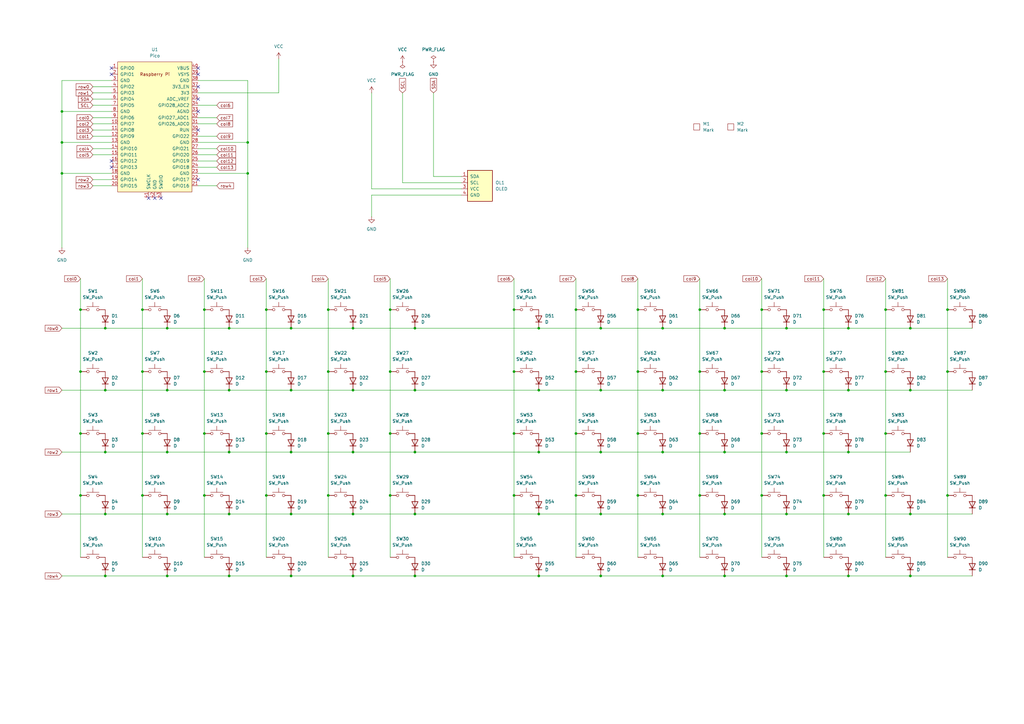
<source format=kicad_sch>
(kicad_sch (version 20231120) (generator "eeschema") (generator_version "8.0")
  (paper "A3")
  (junction (at 347.98 236.22))
  (junction (at 101.6 58.42))
  (junction (at 297.18 236.22))
  (junction (at 33.02 152.4))
  (junction (at 373.38 134.62))
  (junction (at 109.22 152.4))
  (junction (at 347.98 210.82))
  (junction (at 160.02 152.4))
  (junction (at 83.82 177.8))
  (junction (at 297.18 134.62))
  (junction (at 271.78 236.22))
  (junction (at 170.18 185.42))
  (junction (at 58.42 152.4))
  (junction (at 101.6 71.12))
  (junction (at 144.78 160.02))
  (junction (at 144.78 185.42))
  (junction (at 170.18 236.22))
  (junction (at 144.78 134.62))
  (junction (at 363.22 152.4))
  (junction (at 134.62 177.8))
  (junction (at 337.82 203.2))
  (junction (at 347.98 134.62))
  (junction (at 109.22 177.8))
  (junction (at 33.02 203.2))
  (junction (at 160.02 177.8))
  (junction (at 363.22 127))
  (junction (at 210.82 152.4))
  (junction (at 210.82 177.8))
  (junction (at 297.18 210.82))
  (junction (at 337.82 177.8))
  (junction (at 119.38 236.22))
  (junction (at 83.82 152.4))
  (junction (at 236.22 203.2))
  (junction (at 68.58 210.82))
  (junction (at 33.02 177.8))
  (junction (at 33.02 127))
  (junction (at 93.98 236.22))
  (junction (at 93.98 210.82))
  (junction (at 109.22 127))
  (junction (at 83.82 203.2))
  (junction (at 43.18 160.02))
  (junction (at 347.98 185.42))
  (junction (at 58.42 177.8))
  (junction (at 347.98 160.02))
  (junction (at 93.98 160.02))
  (junction (at 337.82 127))
  (junction (at 312.42 127))
  (junction (at 134.62 152.4))
  (junction (at 271.78 210.82))
  (junction (at 170.18 160.02))
  (junction (at 119.38 185.42))
  (junction (at 160.02 127))
  (junction (at 43.18 210.82))
  (junction (at 119.38 134.62))
  (junction (at 25.4 71.12))
  (junction (at 312.42 203.2))
  (junction (at 322.58 134.62))
  (junction (at 373.38 210.82))
  (junction (at 93.98 185.42))
  (junction (at 246.38 160.02))
  (junction (at 134.62 203.2))
  (junction (at 210.82 127))
  (junction (at 261.62 203.2))
  (junction (at 246.38 185.42))
  (junction (at 144.78 210.82))
  (junction (at 109.22 203.2))
  (junction (at 363.22 177.8))
  (junction (at 68.58 160.02))
  (junction (at 261.62 127))
  (junction (at 25.4 45.72))
  (junction (at 271.78 160.02))
  (junction (at 322.58 236.22))
  (junction (at 363.22 203.2))
  (junction (at 373.38 160.02))
  (junction (at 388.62 203.2))
  (junction (at 144.78 236.22))
  (junction (at 388.62 152.4))
  (junction (at 388.62 127))
  (junction (at 210.82 203.2))
  (junction (at 68.58 185.42))
  (junction (at 83.82 127))
  (junction (at 220.98 185.42))
  (junction (at 271.78 185.42))
  (junction (at 58.42 127))
  (junction (at 68.58 134.62))
  (junction (at 312.42 152.4))
  (junction (at 43.18 236.22))
  (junction (at 271.78 134.62))
  (junction (at 220.98 236.22))
  (junction (at 220.98 160.02))
  (junction (at 287.02 127))
  (junction (at 373.38 236.22))
  (junction (at 160.02 203.2))
  (junction (at 287.02 152.4))
  (junction (at 119.38 210.82))
  (junction (at 287.02 177.8))
  (junction (at 170.18 134.62))
  (junction (at 25.4 58.42))
  (junction (at 220.98 210.82))
  (junction (at 220.98 134.62))
  (junction (at 58.42 203.2))
  (junction (at 322.58 210.82))
  (junction (at 43.18 134.62))
  (junction (at 246.38 210.82))
  (junction (at 312.42 177.8))
  (junction (at 261.62 152.4))
  (junction (at 236.22 127))
  (junction (at 119.38 160.02))
  (junction (at 261.62 177.8))
  (junction (at 297.18 185.42))
  (junction (at 43.18 185.42))
  (junction (at 322.58 160.02))
  (junction (at 236.22 152.4))
  (junction (at 68.58 236.22))
  (junction (at 246.38 236.22))
  (junction (at 287.02 203.2))
  (junction (at 322.58 185.42))
  (junction (at 246.38 134.62))
  (junction (at 297.18 160.02))
  (junction (at 170.18 210.82))
  (junction (at 337.82 152.4))
  (junction (at 134.62 127))
  (junction (at 236.22 177.8))
  (junction (at 93.98 134.62))
  (no_connect (at 81.28 27.94))
  (no_connect (at 60.96 81.28))
  (no_connect (at 63.5 81.28))
  (no_connect (at 81.28 35.56))
  (no_connect (at 81.28 30.48))
  (no_connect (at 81.28 53.34))
  (no_connect (at 81.28 45.72))
  (no_connect (at 81.28 73.66))
  (no_connect (at 66.04 81.28))
  (no_connect (at 45.72 68.58))
  (no_connect (at 45.72 66.04))
  (no_connect (at 45.72 27.94))
  (no_connect (at 81.28 40.64))
  (no_connect (at 45.72 30.48))
  (wire (pts (xy 246.38 210.82) (xy 271.78 210.82)))
  (wire (pts (xy 363.22 203.2) (xy 363.22 228.6)))
  (wire (pts (xy 189.23 74.93) (xy 165.1 74.93)))
  (wire (pts (xy 271.78 160.02) (xy 297.18 160.02)))
  (wire (pts (xy 312.42 127) (xy 312.42 152.4)))
  (wire (pts (xy 119.38 236.22) (xy 144.78 236.22)))
  (wire (pts (xy 347.98 134.62) (xy 373.38 134.62)))
  (wire (pts (xy 38.1 60.96) (xy 45.72 60.96)))
  (wire (pts (xy 210.82 152.4) (xy 210.82 177.8)))
  (wire (pts (xy 68.58 160.02) (xy 93.98 160.02)))
  (wire (pts (xy 25.4 71.12) (xy 45.72 71.12)))
  (wire (pts (xy 170.18 210.82) (xy 220.98 210.82)))
  (wire (pts (xy 388.62 127) (xy 388.62 152.4)))
  (wire (pts (xy 119.38 210.82) (xy 144.78 210.82)))
  (wire (pts (xy 160.02 114.3) (xy 160.02 127)))
  (wire (pts (xy 33.02 177.8) (xy 33.02 203.2)))
  (wire (pts (xy 81.28 33.02) (xy 101.6 33.02)))
  (wire (pts (xy 38.1 40.64) (xy 45.72 40.64)))
  (wire (pts (xy 297.18 134.62) (xy 322.58 134.62)))
  (wire (pts (xy 297.18 236.22) (xy 322.58 236.22)))
  (wire (pts (xy 68.58 134.62) (xy 93.98 134.62)))
  (wire (pts (xy 287.02 177.8) (xy 287.02 203.2)))
  (wire (pts (xy 160.02 177.8) (xy 160.02 203.2)))
  (wire (pts (xy 347.98 210.82) (xy 373.38 210.82)))
  (wire (pts (xy 297.18 160.02) (xy 322.58 160.02)))
  (wire (pts (xy 58.42 114.3) (xy 58.42 127)))
  (wire (pts (xy 119.38 160.02) (xy 144.78 160.02)))
  (wire (pts (xy 322.58 236.22) (xy 347.98 236.22)))
  (wire (pts (xy 38.1 76.2) (xy 45.72 76.2)))
  (wire (pts (xy 81.28 66.04) (xy 88.9 66.04)))
  (wire (pts (xy 83.82 177.8) (xy 83.82 203.2)))
  (wire (pts (xy 43.18 210.82) (xy 68.58 210.82)))
  (wire (pts (xy 322.58 185.42) (xy 347.98 185.42)))
  (wire (pts (xy 373.38 210.82) (xy 398.78 210.82)))
  (wire (pts (xy 38.1 53.34) (xy 45.72 53.34)))
  (wire (pts (xy 134.62 177.8) (xy 134.62 203.2)))
  (wire (pts (xy 83.82 203.2) (xy 83.82 228.6)))
  (wire (pts (xy 297.18 210.82) (xy 322.58 210.82)))
  (wire (pts (xy 81.28 68.58) (xy 88.9 68.58)))
  (wire (pts (xy 220.98 210.82) (xy 246.38 210.82)))
  (wire (pts (xy 101.6 71.12) (xy 101.6 101.6)))
  (wire (pts (xy 45.72 33.02) (xy 25.4 33.02)))
  (wire (pts (xy 363.22 177.8) (xy 363.22 203.2)))
  (wire (pts (xy 109.22 152.4) (xy 109.22 177.8)))
  (wire (pts (xy 83.82 114.3) (xy 83.82 127)))
  (wire (pts (xy 363.22 152.4) (xy 363.22 177.8)))
  (wire (pts (xy 287.02 114.3) (xy 287.02 127)))
  (wire (pts (xy 160.02 203.2) (xy 160.02 228.6)))
  (wire (pts (xy 189.23 77.47) (xy 152.4 77.47)))
  (wire (pts (xy 312.42 114.3) (xy 312.42 127)))
  (wire (pts (xy 287.02 203.2) (xy 287.02 228.6)))
  (wire (pts (xy 25.4 58.42) (xy 45.72 58.42)))
  (wire (pts (xy 236.22 152.4) (xy 236.22 177.8)))
  (wire (pts (xy 58.42 152.4) (xy 58.42 177.8)))
  (wire (pts (xy 83.82 152.4) (xy 83.82 177.8)))
  (wire (pts (xy 119.38 185.42) (xy 144.78 185.42)))
  (wire (pts (xy 373.38 236.22) (xy 398.78 236.22)))
  (wire (pts (xy 33.02 114.3) (xy 33.02 127)))
  (wire (pts (xy 322.58 134.62) (xy 347.98 134.62)))
  (wire (pts (xy 81.28 63.5) (xy 88.9 63.5)))
  (wire (pts (xy 337.82 114.3) (xy 337.82 127)))
  (wire (pts (xy 144.78 236.22) (xy 170.18 236.22)))
  (wire (pts (xy 38.1 48.26) (xy 45.72 48.26)))
  (wire (pts (xy 337.82 127) (xy 337.82 152.4)))
  (wire (pts (xy 373.38 134.62) (xy 398.78 134.62)))
  (wire (pts (xy 322.58 160.02) (xy 347.98 160.02)))
  (wire (pts (xy 373.38 160.02) (xy 398.78 160.02)))
  (wire (pts (xy 25.4 45.72) (xy 45.72 45.72)))
  (wire (pts (xy 134.62 203.2) (xy 134.62 228.6)))
  (wire (pts (xy 93.98 210.82) (xy 119.38 210.82)))
  (wire (pts (xy 261.62 152.4) (xy 261.62 177.8)))
  (wire (pts (xy 220.98 185.42) (xy 246.38 185.42)))
  (wire (pts (xy 246.38 160.02) (xy 271.78 160.02)))
  (wire (pts (xy 152.4 80.01) (xy 152.4 88.9)))
  (wire (pts (xy 33.02 152.4) (xy 33.02 177.8)))
  (wire (pts (xy 88.9 55.88) (xy 81.28 55.88)))
  (wire (pts (xy 101.6 33.02) (xy 101.6 58.42)))
  (wire (pts (xy 160.02 152.4) (xy 160.02 177.8)))
  (wire (pts (xy 109.22 114.3) (xy 109.22 127)))
  (wire (pts (xy 170.18 160.02) (xy 220.98 160.02)))
  (wire (pts (xy 81.28 43.18) (xy 88.9 43.18)))
  (wire (pts (xy 312.42 203.2) (xy 312.42 228.6)))
  (wire (pts (xy 337.82 177.8) (xy 337.82 203.2)))
  (wire (pts (xy 261.62 114.3) (xy 261.62 127)))
  (wire (pts (xy 38.1 35.56) (xy 45.72 35.56)))
  (wire (pts (xy 25.4 33.02) (xy 25.4 45.72)))
  (wire (pts (xy 25.4 134.62) (xy 43.18 134.62)))
  (wire (pts (xy 38.1 43.18) (xy 45.72 43.18)))
  (wire (pts (xy 81.28 50.8) (xy 88.9 50.8)))
  (wire (pts (xy 93.98 236.22) (xy 119.38 236.22)))
  (wire (pts (xy 33.02 127) (xy 33.02 152.4)))
  (wire (pts (xy 38.1 38.1) (xy 45.72 38.1)))
  (wire (pts (xy 261.62 177.8) (xy 261.62 203.2)))
  (wire (pts (xy 144.78 134.62) (xy 170.18 134.62)))
  (wire (pts (xy 81.28 71.12) (xy 101.6 71.12)))
  (wire (pts (xy 363.22 127) (xy 363.22 152.4)))
  (wire (pts (xy 347.98 160.02) (xy 373.38 160.02)))
  (wire (pts (xy 38.1 73.66) (xy 45.72 73.66)))
  (wire (pts (xy 388.62 152.4) (xy 388.62 203.2)))
  (wire (pts (xy 25.4 45.72) (xy 25.4 58.42)))
  (wire (pts (xy 271.78 185.42) (xy 297.18 185.42)))
  (wire (pts (xy 68.58 185.42) (xy 93.98 185.42)))
  (wire (pts (xy 236.22 127) (xy 236.22 152.4)))
  (wire (pts (xy 58.42 203.2) (xy 58.42 228.6)))
  (wire (pts (xy 189.23 72.39) (xy 177.8 72.39)))
  (wire (pts (xy 246.38 236.22) (xy 271.78 236.22)))
  (wire (pts (xy 81.28 60.96) (xy 88.9 60.96)))
  (wire (pts (xy 114.3 24.13) (xy 114.3 38.1)))
  (wire (pts (xy 246.38 134.62) (xy 271.78 134.62)))
  (wire (pts (xy 337.82 152.4) (xy 337.82 177.8)))
  (wire (pts (xy 81.28 76.2) (xy 88.9 76.2)))
  (wire (pts (xy 271.78 134.62) (xy 297.18 134.62)))
  (wire (pts (xy 43.18 236.22) (xy 68.58 236.22)))
  (wire (pts (xy 134.62 152.4) (xy 134.62 177.8)))
  (wire (pts (xy 109.22 177.8) (xy 109.22 203.2)))
  (wire (pts (xy 271.78 236.22) (xy 297.18 236.22)))
  (wire (pts (xy 165.1 38.1) (xy 165.1 74.93)))
  (wire (pts (xy 220.98 160.02) (xy 246.38 160.02)))
  (wire (pts (xy 287.02 152.4) (xy 287.02 177.8)))
  (wire (pts (xy 160.02 127) (xy 160.02 152.4)))
  (wire (pts (xy 312.42 177.8) (xy 312.42 203.2)))
  (wire (pts (xy 93.98 185.42) (xy 119.38 185.42)))
  (wire (pts (xy 246.38 185.42) (xy 271.78 185.42)))
  (wire (pts (xy 388.62 203.2) (xy 388.62 228.6)))
  (wire (pts (xy 189.23 80.01) (xy 152.4 80.01)))
  (wire (pts (xy 43.18 160.02) (xy 68.58 160.02)))
  (wire (pts (xy 287.02 127) (xy 287.02 152.4)))
  (wire (pts (xy 152.4 38.1) (xy 152.4 77.47)))
  (wire (pts (xy 388.62 114.3) (xy 388.62 127)))
  (wire (pts (xy 220.98 236.22) (xy 246.38 236.22)))
  (wire (pts (xy 25.4 101.6) (xy 25.4 71.12)))
  (wire (pts (xy 81.28 38.1) (xy 114.3 38.1)))
  (wire (pts (xy 236.22 177.8) (xy 236.22 203.2)))
  (wire (pts (xy 88.9 48.26) (xy 81.28 48.26)))
  (wire (pts (xy 83.82 127) (xy 83.82 152.4)))
  (wire (pts (xy 25.4 58.42) (xy 25.4 71.12)))
  (wire (pts (xy 43.18 185.42) (xy 68.58 185.42)))
  (wire (pts (xy 297.18 185.42) (xy 322.58 185.42)))
  (wire (pts (xy 101.6 58.42) (xy 101.6 71.12)))
  (wire (pts (xy 25.4 210.82) (xy 43.18 210.82)))
  (wire (pts (xy 170.18 134.62) (xy 220.98 134.62)))
  (wire (pts (xy 170.18 185.42) (xy 220.98 185.42)))
  (wire (pts (xy 68.58 210.82) (xy 93.98 210.82)))
  (wire (pts (xy 144.78 185.42) (xy 170.18 185.42)))
  (wire (pts (xy 210.82 203.2) (xy 210.82 228.6)))
  (wire (pts (xy 25.4 160.02) (xy 43.18 160.02)))
  (wire (pts (xy 25.4 236.22) (xy 43.18 236.22)))
  (wire (pts (xy 170.18 236.22) (xy 220.98 236.22)))
  (wire (pts (xy 271.78 210.82) (xy 297.18 210.82)))
  (wire (pts (xy 220.98 134.62) (xy 246.38 134.62)))
  (wire (pts (xy 261.62 203.2) (xy 261.62 228.6)))
  (wire (pts (xy 25.4 185.42) (xy 43.18 185.42)))
  (wire (pts (xy 347.98 236.22) (xy 373.38 236.22)))
  (wire (pts (xy 43.18 134.62) (xy 68.58 134.62)))
  (wire (pts (xy 144.78 160.02) (xy 170.18 160.02)))
  (wire (pts (xy 38.1 55.88) (xy 45.72 55.88)))
  (wire (pts (xy 109.22 127) (xy 109.22 152.4)))
  (wire (pts (xy 363.22 114.3) (xy 363.22 127)))
  (wire (pts (xy 93.98 160.02) (xy 119.38 160.02)))
  (wire (pts (xy 134.62 127) (xy 134.62 152.4)))
  (wire (pts (xy 261.62 127) (xy 261.62 152.4)))
  (wire (pts (xy 109.22 203.2) (xy 109.22 228.6)))
  (wire (pts (xy 38.1 63.5) (xy 45.72 63.5)))
  (wire (pts (xy 33.02 203.2) (xy 33.02 228.6)))
  (wire (pts (xy 68.58 236.22) (xy 93.98 236.22)))
  (wire (pts (xy 322.58 210.82) (xy 347.98 210.82)))
  (wire (pts (xy 81.28 58.42) (xy 101.6 58.42)))
  (wire (pts (xy 144.78 210.82) (xy 170.18 210.82)))
  (wire (pts (xy 134.62 114.3) (xy 134.62 127)))
  (wire (pts (xy 177.8 38.1) (xy 177.8 72.39)))
  (wire (pts (xy 38.1 50.8) (xy 45.72 50.8)))
  (wire (pts (xy 347.98 185.42) (xy 373.38 185.42)))
  (wire (pts (xy 58.42 127) (xy 58.42 152.4)))
  (wire (pts (xy 93.98 134.62) (xy 119.38 134.62)))
  (wire (pts (xy 236.22 114.3) (xy 236.22 127)))
  (wire (pts (xy 337.82 203.2) (xy 337.82 228.6)))
  (wire (pts (xy 210.82 114.3) (xy 210.82 127)))
  (wire (pts (xy 312.42 152.4) (xy 312.42 177.8)))
  (wire (pts (xy 236.22 203.2) (xy 236.22 228.6)))
  (wire (pts (xy 210.82 177.8) (xy 210.82 203.2)))
  (wire (pts (xy 210.82 127) (xy 210.82 152.4)))
  (wire (pts (xy 119.38 134.62) (xy 144.78 134.62)))
  (wire (pts (xy 58.42 177.8) (xy 58.42 203.2)))
  (global_label "col2" (shape input) (at 83.82 114.3 180) (property "Intersheetrefs" "${INTERSHEET_REFS}" (effects (hide yes))))
  (global_label "col2" (shape input) (at 38.1 50.8 180) (property "Intersheetrefs" "${INTERSHEET_REFS}" (effects (hide yes))))
  (global_label "col8" (shape input) (at 261.62 114.3 180) (property "Intersheetrefs" "${INTERSHEET_REFS}" (effects (hide yes))))
  (global_label "SCL" (shape input) (at 38.1 43.18 180) (property "Intersheetrefs" "${INTERSHEET_REFS}" (effects (hide yes))))
  (global_label "col4" (shape input) (at 38.1 60.96 180) (property "Intersheetrefs" "${INTERSHEET_REFS}" (effects (hide yes))))
  (global_label "col6" (shape input) (at 210.82 114.3 180) (property "Intersheetrefs" "${INTERSHEET_REFS}" (effects (hide yes))))
  (global_label "col12" (shape input) (at 88.9 66.04 0) (property "Intersheetrefs" "${INTERSHEET_REFS}" (effects (hide yes))))
  (global_label "col11" (shape input) (at 88.9 63.5 0) (property "Intersheetrefs" "${INTERSHEET_REFS}" (effects (hide yes))))
  (global_label "col1" (shape input) (at 58.42 114.3 180) (property "Intersheetrefs" "${INTERSHEET_REFS}" (effects (hide yes))))
  (global_label "col3" (shape input) (at 109.22 114.3 180) (property "Intersheetrefs" "${INTERSHEET_REFS}" (effects (hide yes))))
  (global_label "col7" (shape input) (at 236.22 114.3 180) (property "Intersheetrefs" "${INTERSHEET_REFS}" (effects (hide yes))))
  (global_label "col5" (shape input) (at 160.02 114.3 180) (property "Intersheetrefs" "${INTERSHEET_REFS}" (effects (hide yes))))
  (global_label "col8" (shape input) (at 88.9 50.8 0) (property "Intersheetrefs" "${INTERSHEET_REFS}" (effects (hide yes))))
  (global_label "col5" (shape input) (at 38.1 63.5 180) (property "Intersheetrefs" "${INTERSHEET_REFS}" (effects (hide yes))))
  (global_label "SCL" (shape input) (at 165.1 38.1 90) (property "Intersheetrefs" "${INTERSHEET_REFS}" (effects (hide yes))))
  (global_label "SDA" (shape input) (at 38.1 40.64 180) (property "Intersheetrefs" "${INTERSHEET_REFS}" (effects (hide yes))))
  (global_label "row3" (shape input) (at 38.1 76.2 180) (property "Intersheetrefs" "${INTERSHEET_REFS}" (effects (hide yes))))
  (global_label "row3" (shape input) (at 25.4 210.82 180) (property "Intersheetrefs" "${INTERSHEET_REFS}" (effects (hide yes))))
  (global_label "col3" (shape input) (at 38.1 53.34 180) (property "Intersheetrefs" "${INTERSHEET_REFS}" (effects (hide yes))))
  (global_label "col11" (shape input) (at 337.82 114.3 180) (property "Intersheetrefs" "${INTERSHEET_REFS}" (effects (hide yes))))
  (global_label "col1" (shape input) (at 38.1 55.88 180) (property "Intersheetrefs" "${INTERSHEET_REFS}" (effects (hide yes))))
  (global_label "col12" (shape input) (at 363.22 114.3 180) (property "Intersheetrefs" "${INTERSHEET_REFS}" (effects (hide yes))))
  (global_label "row2" (shape input) (at 25.4 185.42 180) (property "Intersheetrefs" "${INTERSHEET_REFS}" (effects (hide yes))))
  (global_label "SDA" (shape input) (at 177.8 38.1 90) (property "Intersheetrefs" "${INTERSHEET_REFS}" (effects (hide yes))))
  (global_label "row0" (shape input) (at 38.1 35.56 180) (property "Intersheetrefs" "${INTERSHEET_REFS}" (effects (hide yes))))
  (global_label "row0" (shape input) (at 25.4 134.62 180) (property "Intersheetrefs" "${INTERSHEET_REFS}" (effects (hide yes))))
  (global_label "row2" (shape input) (at 38.1 73.66 180) (property "Intersheetrefs" "${INTERSHEET_REFS}" (effects (hide yes))))
  (global_label "col13" (shape input) (at 88.9 68.58 0) (property "Intersheetrefs" "${INTERSHEET_REFS}" (effects (hide yes))))
  (global_label "col7" (shape input) (at 88.9 48.26 0) (property "Intersheetrefs" "${INTERSHEET_REFS}" (effects (hide yes))))
  (global_label "row1" (shape input) (at 38.1 38.1 180) (property "Intersheetrefs" "${INTERSHEET_REFS}" (effects (hide yes))))
  (global_label "col0" (shape input) (at 33.02 114.3 180) (property "Intersheetrefs" "${INTERSHEET_REFS}" (effects (hide yes))))
  (global_label "col9" (shape input) (at 287.02 114.3 180) (property "Intersheetrefs" "${INTERSHEET_REFS}" (effects (hide yes))))
  (global_label "row4" (shape input) (at 88.9 76.2 0) (property "Intersheetrefs" "${INTERSHEET_REFS}" (effects (hide yes))))
  (global_label "col4" (shape input) (at 134.62 114.3 180) (property "Intersheetrefs" "${INTERSHEET_REFS}" (effects (hide yes))))
  (global_label "col9" (shape input) (at 88.9 55.88 0) (property "Intersheetrefs" "${INTERSHEET_REFS}" (effects (hide yes))))
  (global_label "col6" (shape input) (at 88.9 43.18 0) (property "Intersheetrefs" "${INTERSHEET_REFS}" (effects (hide yes))))
  (global_label "col10" (shape input) (at 312.42 114.3 180) (property "Intersheetrefs" "${INTERSHEET_REFS}" (effects (hide yes))))
  (global_label "row1" (shape input) (at 25.4 160.02 180) (property "Intersheetrefs" "${INTERSHEET_REFS}" (effects (hide yes))))
  (global_label "col0" (shape input) (at 38.1 48.26 180) (property "Intersheetrefs" "${INTERSHEET_REFS}" (effects (hide yes))))
  (global_label "row4" (shape input) (at 25.4 236.22 180) (property "Intersheetrefs" "${INTERSHEET_REFS}" (effects (hide yes))))
  (global_label "col13" (shape input) (at 388.62 114.3 180) (property "Intersheetrefs" "${INTERSHEET_REFS}" (effects (hide yes))))
  (global_label "col10" (shape input) (at 88.9 60.96 0) (property "Intersheetrefs" "${INTERSHEET_REFS}" (effects (hide yes))))
  (symbol (lib_id "Switch:SW_Push") (at 317.5 152.4 0) (mirror y) (unit 1)
    (property "Reference" "SW72" (at 317.5 144.78 0))
    (property "Value" "SW_Push" (at 317.5 147.32 0))
    (property "Footprint" "Rikkodo_FootPrint:rkd_Choc_v2_Hotswap_1u" (effects (hide yes)))
    (property "Description" "Push button switch, generic, two pins" (effects (hide yes)))
  )
  (symbol (lib_id "Switch:SW_Push") (at 317.5 203.2 0) (mirror y) (unit 1)
    (property "Reference" "SW74" (at 317.5 195.58 0))
    (property "Value" "SW_Push" (at 317.5 198.12 0))
    (property "Footprint" "Rikkodo_FootPrint:rkd_Choc_v2_Hotswap_1u" (effects (hide yes)))
    (property "Description" "Push button switch, generic, two pins" (effects (hide yes)))
  )
  (symbol (lib_id "Switch:SW_Push") (at 215.9 203.2 0) (mirror y) (unit 1)
    (property "Reference" "SW54" (at 215.9 195.58 0))
    (property "Value" "SW_Push" (at 215.9 198.12 0))
    (property "Footprint" "Rikkodo_FootPrint:rkd_Choc_v2_Hotswap_1u" (effects (hide yes)))
    (property "Description" "Push button switch, generic, two pins" (effects (hide yes)))
  )
  (symbol (lib_id "Device:D") (at 119.38 207.01 90) (unit 1)
    (property "Reference" "D19" (at 121.92 205.7399 90) (effects (justify right)))
    (property "Value" "D" (at 121.92 208.2799 90) (effects (justify right)))
    (property "Footprint" "kbd_Parts:Diode_SMD" (effects (hide yes)))
    (property "Description" "Diode" (effects (hide yes)))
    (property "Sim.Device" "D" (effects (hide yes)))
    (property "Sim.Pins" "1=K 2=A" (effects (hide yes)))
  )
  (symbol (lib_id "Switch:SW_Push") (at 292.1 177.8 0) (mirror y) (unit 1)
    (property "Reference" "SW68" (at 292.1 170.18 0))
    (property "Value" "SW_Push" (at 292.1 172.72 0))
    (property "Footprint" "Rikkodo_FootPrint:rkd_Choc_v2_Hotswap_1u" (effects (hide yes)))
    (property "Description" "Push button switch, generic, two pins" (effects (hide yes)))
  )
  (symbol (lib_id "Device:D") (at 271.78 181.61 90) (unit 1)
    (property "Reference" "D63" (at 274.32 180.3399 90) (effects (justify right)))
    (property "Value" "D" (at 274.32 182.8799 90) (effects (justify right)))
    (property "Footprint" "kbd_Parts:Diode_SMD" (effects (hide yes)))
    (property "Description" "Diode" (effects (hide yes)))
    (property "Sim.Device" "D" (effects (hide yes)))
    (property "Sim.Pins" "1=K 2=A" (effects (hide yes)))
  )
  (symbol (lib_id "Device:D") (at 43.18 181.61 90) (unit 1)
    (property "Reference" "D3" (at 45.72 180.3399 90) (effects (justify right)))
    (property "Value" "D" (at 45.72 182.8799 90) (effects (justify right)))
    (property "Footprint" "kbd_Parts:Diode_SMD" (effects (hide yes)))
    (property "Description" "Diode" (effects (hide yes)))
    (property "Sim.Device" "D" (effects (hide yes)))
    (property "Sim.Pins" "1=K 2=A" (effects (hide yes)))
  )
  (symbol (lib_id "Device:D") (at 119.38 156.21 90) (unit 1)
    (property "Reference" "D17" (at 121.92 154.9399 90) (effects (justify right)))
    (property "Value" "D" (at 121.92 157.4799 90) (effects (justify right)))
    (property "Footprint" "kbd_Parts:Diode_SMD" (effects (hide yes)))
    (property "Description" "Diode" (effects (hide yes)))
    (property "Sim.Device" "D" (effects (hide yes)))
    (property "Sim.Pins" "1=K 2=A" (effects (hide yes)))
  )
  (symbol (lib_id "Switch:SW_Push") (at 165.1 152.4 0) (mirror y) (unit 1)
    (property "Reference" "SW27" (at 165.1 144.78 0))
    (property "Value" "SW_Push" (at 165.1 147.32 0))
    (property "Footprint" "Rikkodo_FootPrint:rkd_Choc_v2_Hotswap_1u" (effects (hide yes)))
    (property "Description" "Push button switch, generic, two pins" (effects (hide yes)))
  )
  (symbol (lib_id "Switch:SW_Push") (at 38.1 228.6 0) (mirror y) (unit 1)
    (property "Reference" "SW5" (at 38.1 220.98 0))
    (property "Value" "SW_Push" (at 38.1 223.52 0))
    (property "Footprint" "Rikkodo_FootPrint:rkd_Choc_v2_Hotswap_1u" (effects (hide yes)))
    (property "Description" "Push button switch, generic, two pins" (effects (hide yes)))
  )
  (symbol (lib_id "Switch:SW_Push") (at 342.9 228.6 0) (mirror y) (unit 1)
    (property "Reference" "SW80" (at 342.9 220.98 0))
    (property "Value" "SW_Push" (at 342.9 223.52 0))
    (property "Footprint" "Rikkodo_FootPrint:rkd_Choc_v2_Hotswap_1u" (effects (hide yes)))
    (property "Description" "Push button switch, generic, two pins" (effects (hide yes)))
  )
  (symbol (lib_id "Device:D") (at 347.98 232.41 90) (unit 1)
    (property "Reference" "D80" (at 350.52 231.1399 90) (effects (justify right)))
    (property "Value" "D" (at 350.52 233.6799 90) (effects (justify right)))
    (property "Footprint" "kbd_Parts:Diode_SMD" (effects (hide yes)))
    (property "Description" "Diode" (effects (hide yes)))
    (property "Sim.Device" "D" (effects (hide yes)))
    (property "Sim.Pins" "1=K 2=A" (effects (hide yes)))
  )
  (symbol (lib_id "Switch:SW_Push") (at 114.3 177.8 0) (mirror y) (unit 1)
    (property "Reference" "SW18" (at 114.3 170.18 0))
    (property "Value" "SW_Push" (at 114.3 172.72 0))
    (property "Footprint" "Rikkodo_FootPrint:rkd_Choc_v2_Hotswap_1u" (effects (hide yes)))
    (property "Description" "Push button switch, generic, two pins" (effects (hide yes)))
  )
  (symbol (lib_id "power:VCC") (at 114.3 24.13 0) (unit 1)
    (property "Reference" "#PWR03" (effects (hide yes)))
    (property "Value" "VCC" (at 114.3 19.05 0))
    (property "Description" "Power symbol creates a global label with name \"VCC\"" (effects (hide yes)))
  )
  (symbol (lib_id "Device:D") (at 144.78 207.01 90) (unit 1)
    (property "Reference" "D24" (at 147.32 205.7399 90) (effects (justify right)))
    (property "Value" "D" (at 147.32 208.2799 90) (effects (justify right)))
    (property "Footprint" "kbd_Parts:Diode_SMD" (effects (hide yes)))
    (property "Description" "Diode" (effects (hide yes)))
    (property "Sim.Device" "D" (effects (hide yes)))
    (property "Sim.Pins" "1=K 2=A" (effects (hide yes)))
  )
  (symbol (lib_id "Device:D") (at 271.78 232.41 90) (unit 1)
    (property "Reference" "D65" (at 274.32 231.1399 90) (effects (justify right)))
    (property "Value" "D" (at 274.32 233.6799 90) (effects (justify right)))
    (property "Footprint" "kbd_Parts:Diode_SMD" (effects (hide yes)))
    (property "Description" "Diode" (effects (hide yes)))
    (property "Sim.Device" "D" (effects (hide yes)))
    (property "Sim.Pins" "1=K 2=A" (effects (hide yes)))
  )
  (symbol (lib_id "Device:D") (at 170.18 156.21 90) (unit 1)
    (property "Reference" "D27" (at 172.72 154.9399 90) (effects (justify right)))
    (property "Value" "D" (at 172.72 157.4799 90) (effects (justify right)))
    (property "Footprint" "kbd_Parts:Diode_SMD" (effects (hide yes)))
    (property "Description" "Diode" (effects (hide yes)))
    (property "Sim.Device" "D" (effects (hide yes)))
    (property "Sim.Pins" "1=K 2=A" (effects (hide yes)))
  )
  (symbol (lib_id "Switch:SW_Push") (at 63.5 152.4 0) (mirror y) (unit 1)
    (property "Reference" "SW7" (at 63.5 144.78 0))
    (property "Value" "SW_Push" (at 63.5 147.32 0))
    (property "Footprint" "Rikkodo_FootPrint:rkd_Choc_v2_Hotswap_1u" (effects (hide yes)))
    (property "Description" "Push button switch, generic, two pins" (effects (hide yes)))
  )
  (symbol (lib_id "Switch:SW_Push") (at 114.3 152.4 0) (mirror y) (unit 1)
    (property "Reference" "SW17" (at 114.3 144.78 0))
    (property "Value" "SW_Push" (at 114.3 147.32 0))
    (property "Footprint" "Rikkodo_FootPrint:rkd_Choc_v2_Hotswap_1u" (effects (hide yes)))
    (property "Description" "Push button switch, generic, two pins" (effects (hide yes)))
  )
  (symbol (lib_id "Switch:SW_Push") (at 393.7 127 0) (mirror y) (unit 1)
    (property "Reference" "SW86" (at 393.7 119.38 0))
    (property "Value" "SW_Push" (at 393.7 121.92 0))
    (property "Footprint" "Rikkodo_FootPrint:rkd_Choc_v2_Hotswap_2u" (effects (hide yes)))
    (property "Description" "Push button switch, generic, two pins" (effects (hide yes)))
  )
  (symbol (lib_id "Switch:SW_Push") (at 215.9 177.8 0) (mirror y) (unit 1)
    (property "Reference" "SW53" (at 215.9 170.18 0))
    (property "Value" "SW_Push" (at 215.9 172.72 0))
    (property "Footprint" "Rikkodo_FootPrint:rkd_Choc_v2_Hotswap_1u" (effects (hide yes)))
    (property "Description" "Push button switch, generic, two pins" (effects (hide yes)))
  )
  (symbol (lib_id "Device:D") (at 220.98 232.41 90) (unit 1)
    (property "Reference" "D55" (at 223.52 231.1399 90) (effects (justify right)))
    (property "Value" "D" (at 223.52 233.6799 90) (effects (justify right)))
    (property "Footprint" "kbd_Parts:Diode_SMD" (effects (hide yes)))
    (property "Description" "Diode" (effects (hide yes)))
    (property "Sim.Device" "D" (effects (hide yes)))
    (property "Sim.Pins" "1=K 2=A" (effects (hide yes)))
  )
  (symbol (lib_id "Switch:SW_Push") (at 165.1 177.8 0) (mirror y) (unit 1)
    (property "Reference" "SW28" (at 165.1 170.18 0))
    (property "Value" "SW_Push" (at 165.1 172.72 0))
    (property "Footprint" "Rikkodo_FootPrint:rkd_Choc_v2_Hotswap_1u" (effects (hide yes)))
    (property "Description" "Push button switch, generic, two pins" (effects (hide yes)))
  )
  (symbol (lib_id "Switch:SW_Push") (at 63.5 228.6 0) (mirror y) (unit 1)
    (property "Reference" "SW10" (at 63.5 220.98 0))
    (property "Value" "SW_Push" (at 63.5 223.52 0))
    (property "Footprint" "Rikkodo_FootPrint:rkd_Choc_v2_Hotswap_1u" (effects (hide yes)))
    (property "Description" "Push button switch, generic, two pins" (effects (hide yes)))
  )
  (symbol (lib_id "Switch:SW_Push") (at 114.3 127 0) (mirror y) (unit 1)
    (property "Reference" "SW16" (at 114.3 119.38 0))
    (property "Value" "SW_Push" (at 114.3 121.92 0))
    (property "Footprint" "Rikkodo_FootPrint:rkd_Choc_v2_Hotswap_1u" (effects (hide yes)))
    (property "Description" "Push button switch, generic, two pins" (effects (hide yes)))
  )
  (symbol (lib_id "Switch:SW_Push") (at 139.7 177.8 0) (mirror y) (unit 1)
    (property "Reference" "SW23" (at 139.7 170.18 0))
    (property "Value" "SW_Push" (at 139.7 172.72 0))
    (property "Footprint" "Rikkodo_FootPrint:rkd_Choc_v2_Hotswap_1u" (effects (hide yes)))
    (property "Description" "Push button switch, generic, two pins" (effects (hide yes)))
  )
  (symbol (lib_id "Device:D") (at 119.38 232.41 90) (unit 1)
    (property "Reference" "D20" (at 121.92 231.1399 90) (effects (justify right)))
    (property "Value" "D" (at 121.92 233.6799 90) (effects (justify right)))
    (property "Footprint" "kbd_Parts:Diode_SMD" (effects (hide yes)))
    (property "Description" "Diode" (effects (hide yes)))
    (property "Sim.Device" "D" (effects (hide yes)))
    (property "Sim.Pins" "1=K 2=A" (effects (hide yes)))
  )
  (symbol (lib_id "Device:D") (at 322.58 232.41 90) (unit 1)
    (property "Reference" "D75" (at 325.12 231.1399 90) (effects (justify right)))
    (property "Value" "D" (at 325.12 233.6799 90) (effects (justify right)))
    (property "Footprint" "kbd_Parts:Diode_SMD" (effects (hide yes)))
    (property "Description" "Diode" (effects (hide yes)))
    (property "Sim.Device" "D" (effects (hide yes)))
    (property "Sim.Pins" "1=K 2=A" (effects (hide yes)))
  )
  (symbol (lib_id "Device:D") (at 68.58 156.21 90) (unit 1)
    (property "Reference" "D7" (at 71.12 154.9399 90) (effects (justify right)))
    (property "Value" "D" (at 71.12 157.4799 90) (effects (justify right)))
    (property "Footprint" "kbd_Parts:Diode_SMD" (effects (hide yes)))
    (property "Description" "Diode" (effects (hide yes)))
    (property "Sim.Device" "D" (effects (hide yes)))
    (property "Sim.Pins" "1=K 2=A" (effects (hide yes)))
  )
  (symbol (lib_id "Switch:SW_Push") (at 139.7 152.4 0) (mirror y) (unit 1)
    (property "Reference" "SW22" (at 139.7 144.78 0))
    (property "Value" "SW_Push" (at 139.7 147.32 0))
    (property "Footprint" "Rikkodo_FootPrint:rkd_Choc_v2_Hotswap_1u" (effects (hide yes)))
    (property "Description" "Push button switch, generic, two pins" (effects (hide yes)))
  )
  (symbol (lib_id "Switch:SW_Push") (at 165.1 228.6 0) (mirror y) (unit 1)
    (property "Reference" "SW30" (at 165.1 220.98 0))
    (property "Value" "SW_Push" (at 165.1 223.52 0))
    (property "Footprint" "Rikkodo_FootPrint:rkd_Choc_v2_Hotswap_1u" (effects (hide yes)))
    (property "Description" "Push button switch, generic, two pins" (effects (hide yes)))
  )
  (symbol (lib_id "Device:D") (at 144.78 156.21 90) (unit 1)
    (property "Reference" "D22" (at 147.32 154.9399 90) (effects (justify right)))
    (property "Value" "D" (at 147.32 157.4799 90) (effects (justify right)))
    (property "Footprint" "kbd_Parts:Diode_SMD" (effects (hide yes)))
    (property "Description" "Diode" (effects (hide yes)))
    (property "Sim.Device" "D" (effects (hide yes)))
    (property "Sim.Pins" "1=K 2=A" (effects (hide yes)))
  )
  (symbol (lib_id "Switch:SW_Push") (at 139.7 203.2 0) (mirror y) (unit 1)
    (property "Reference" "SW24" (at 139.7 195.58 0))
    (property "Value" "SW_Push" (at 139.7 198.12 0))
    (property "Footprint" "Rikkodo_FootPrint:rkd_Choc_v2_Hotswap_1u" (effects (hide yes)))
    (property "Description" "Push button switch, generic, two pins" (effects (hide yes)))
  )
  (symbol (lib_id "Switch:SW_Push") (at 88.9 127 0) (mirror y) (unit 1)
    (property "Reference" "SW11" (at 88.9 119.38 0))
    (property "Value" "SW_Push" (at 88.9 121.92 0))
    (property "Footprint" "Rikkodo_FootPrint:rkd_Choc_v2_Hotswap_1u" (effects (hide yes)))
    (property "Description" "Push button switch, generic, two pins" (effects (hide yes)))
  )
  (symbol (lib_id "Device:D") (at 93.98 207.01 90) (unit 1)
    (property "Reference" "D14" (at 96.52 205.7399 90) (effects (justify right)))
    (property "Value" "D" (at 96.52 208.2799 90) (effects (justify right)))
    (property "Footprint" "kbd_Parts:Diode_SMD" (effects (hide yes)))
    (property "Description" "Diode" (effects (hide yes)))
    (property "Sim.Device" "D" (effects (hide yes)))
    (property "Sim.Pins" "1=K 2=A" (effects (hide yes)))
  )
  (symbol (lib_id "Switch:SW_Push") (at 241.3 228.6 0) (mirror y) (unit 1)
    (property "Reference" "SW60" (at 241.3 220.98 0))
    (property "Value" "SW_Push" (at 241.3 223.52 0))
    (property "Footprint" "Rikkodo_FootPrint:rkd_Choc_v2_Hotswap_1u" (effects (hide yes)))
    (property "Description" "Push button switch, generic, two pins" (effects (hide yes)))
  )
  (symbol (lib_id "Switch:SW_Push") (at 342.9 127 0) (mirror y) (unit 1)
    (property "Reference" "SW76" (at 342.9 119.38 0))
    (property "Value" "SW_Push" (at 342.9 121.92 0))
    (property "Footprint" "Rikkodo_FootPrint:rkd_Choc_v2_Hotswap_1u" (effects (hide yes)))
    (property "Description" "Push button switch, generic, two pins" (effects (hide yes)))
  )
  (symbol (lib_id "Switch:SW_Push") (at 88.9 152.4 0) (mirror y) (unit 1)
    (property "Reference" "SW12" (at 88.9 144.78 0))
    (property "Value" "SW_Push" (at 88.9 147.32 0))
    (property "Footprint" "Rikkodo_FootPrint:rkd_Choc_v2_Hotswap_1u" (effects (hide yes)))
    (property "Description" "Push button switch, generic, two pins" (effects (hide yes)))
  )
  (symbol (lib_id "Device:D") (at 93.98 130.81 90) (unit 1)
    (property "Reference" "D11" (at 96.52 129.5399 90) (effects (justify right)))
    (property "Value" "D" (at 96.52 132.0799 90) (effects (justify right)))
    (property "Footprint" "kbd_Parts:Diode_SMD" (effects (hide yes)))
    (property "Description" "Diode" (effects (hide yes)))
    (property "Sim.Device" "D" (effects (hide yes)))
    (property "Sim.Pins" "1=K 2=A" (effects (hide yes)))
  )
  (symbol (lib_id "Switch:SW_Push") (at 38.1 152.4 0) (mirror y) (unit 1)
    (property "Reference" "SW2" (at 38.1 144.78 0))
    (property "Value" "SW_Push" (at 38.1 147.32 0))
    (property "Footprint" "Rikkodo_FootPrint:rkd_Choc_v2_Hotswap_1u" (effects (hide yes)))
    (property "Description" "Push button switch, generic, two pins" (effects (hide yes)))
  )
  (symbol (lib_id "Device:D") (at 271.78 130.81 90) (unit 1)
    (property "Reference" "D61" (at 274.32 129.5399 90) (effects (justify right)))
    (property "Value" "D" (at 274.32 132.0799 90) (effects (justify right)))
    (property "Footprint" "kbd_Parts:Diode_SMD" (effects (hide yes)))
    (property "Description" "Diode" (effects (hide yes)))
    (property "Sim.Device" "D" (effects (hide yes)))
    (property "Sim.Pins" "1=K 2=A" (effects (hide yes)))
  )
  (symbol (lib_id "Switch:SW_Push") (at 241.3 203.2 0) (mirror y) (unit 1)
    (property "Reference" "SW59" (at 241.3 195.58 0))
    (property "Value" "SW_Push" (at 241.3 198.12 0))
    (property "Footprint" "Rikkodo_FootPrint:rkd_Choc_v2_Hotswap_1u" (effects (hide yes)))
    (property "Description" "Push button switch, generic, two pins" (effects (hide yes)))
  )
  (symbol (lib_id "Switch:SW_Push") (at 317.5 177.8 0) (mirror y) (unit 1)
    (property "Reference" "SW73" (at 317.5 170.18 0))
    (property "Value" "SW_Push" (at 317.5 172.72 0))
    (property "Footprint" "Rikkodo_FootPrint:rkd_Choc_v2_Hotswap_1u" (effects (hide yes)))
    (property "Description" "Push button switch, generic, two pins" (effects (hide yes)))
  )
  (symbol (lib_id "BrownSugar_KBD:Mark") (at 299.72 52.07 0) (unit 1)
    (property "Reference" "M2" (at 302.26 50.7999 0) (effects (justify left)))
    (property "Value" "Mark" (at 302.26 53.3399 0) (effects (justify left)))
    (property "Footprint" "Rikkodo_FootPrint:rkd_Point_Hall" (effects (hide yes)))
  )
  (symbol (lib_id "Device:D") (at 43.18 232.41 90) (unit 1)
    (property "Reference" "D5" (at 45.72 231.1399 90) (effects (justify right)))
    (property "Value" "D" (at 45.72 233.6799 90) (effects (justify right)))
    (property "Footprint" "kbd_Parts:Diode_SMD" (effects (hide yes)))
    (property "Description" "Diode" (effects (hide yes)))
    (property "Sim.Device" "D" (effects (hide yes)))
    (property "Sim.Pins" "1=K 2=A" (effects (hide yes)))
  )
  (symbol (lib_id "Device:D") (at 246.38 130.81 90) (unit 1)
    (property "Reference" "D56" (at 248.92 129.5399 90) (effects (justify right)))
    (property "Value" "D" (at 248.92 132.0799 90) (effects (justify right)))
    (property "Footprint" "kbd_Parts:Diode_SMD" (effects (hide yes)))
    (property "Description" "Diode" (effects (hide yes)))
    (property "Sim.Device" "D" (effects (hide yes)))
    (property "Sim.Pins" "1=K 2=A" (effects (hide yes)))
  )
  (symbol (lib_id "power:VCC") (at 165.1 25.4 0) (unit 1)
    (property "Reference" "#PWR04" (effects (hide yes)))
    (property "Value" "VCC" (at 165.1 20.32 0))
    (property "Description" "Power symbol creates a global label with name \"VCC\"" (effects (hide yes)))
  )
  (symbol (lib_id "Device:D") (at 220.98 156.21 90) (unit 1)
    (property "Reference" "D52" (at 223.52 154.9399 90) (effects (justify right)))
    (property "Value" "D" (at 223.52 157.4799 90) (effects (justify right)))
    (property "Footprint" "kbd_Parts:Diode_SMD" (effects (hide yes)))
    (property "Description" "Diode" (effects (hide yes)))
    (property "Sim.Device" "D" (effects (hide yes)))
    (property "Sim.Pins" "1=K 2=A" (effects (hide yes)))
  )
  (symbol (lib_id "Device:D") (at 373.38 156.21 90) (unit 1)
    (property "Reference" "D82" (at 375.92 154.9399 90) (effects (justify right)))
    (property "Value" "D" (at 375.92 157.4799 90) (effects (justify right)))
    (property "Footprint" "kbd_Parts:Diode_SMD" (effects (hide yes)))
    (property "Description" "Diode" (effects (hide yes)))
    (property "Sim.Device" "D" (effects (hide yes)))
    (property "Sim.Pins" "1=K 2=A" (effects (hide yes)))
  )
  (symbol (lib_id "Switch:SW_Push") (at 368.3 127 0) (mirror y) (unit 1)
    (property "Reference" "SW81" (at 368.3 119.38 0))
    (property "Value" "SW_Push" (at 368.3 121.92 0))
    (property "Footprint" "Rikkodo_FootPrint:rkd_Choc_v2_Hotswap_1u" (effects (hide yes)))
    (property "Description" "Push button switch, generic, two pins" (effects (hide yes)))
  )
  (symbol (lib_id "Device:D") (at 246.38 156.21 90) (unit 1)
    (property "Reference" "D57" (at 248.92 154.9399 90) (effects (justify right)))
    (property "Value" "D" (at 248.92 157.4799 90) (effects (justify right)))
    (property "Footprint" "kbd_Parts:Diode_SMD" (effects (hide yes)))
    (property "Description" "Diode" (effects (hide yes)))
    (property "Sim.Device" "D" (effects (hide yes)))
    (property "Sim.Pins" "1=K 2=A" (effects (hide yes)))
  )
  (symbol (lib_id "power:GND") (at 25.4 101.6 0) (unit 1)
    (property "Reference" "#PWR01" (effects (hide yes)))
    (property "Value" "GND" (at 25.4 106.68 0))
    (property "Description" "Power symbol creates a global label with name \"GND\" , ground" (effects (hide yes)))
  )
  (symbol (lib_id "Device:D") (at 322.58 207.01 90) (unit 1)
    (property "Reference" "D74" (at 325.12 205.7399 90) (effects (justify right)))
    (property "Value" "D" (at 325.12 208.2799 90) (effects (justify right)))
    (property "Footprint" "kbd_Parts:Diode_SMD" (effects (hide yes)))
    (property "Description" "Diode" (effects (hide yes)))
    (property "Sim.Device" "D" (effects (hide yes)))
    (property "Sim.Pins" "1=K 2=A" (effects (hide yes)))
  )
  (symbol (lib_id "Device:D") (at 347.98 130.81 90) (unit 1)
    (property "Reference" "D76" (at 350.52 129.5399 90) (effects (justify right)))
    (property "Value" "D" (at 350.52 132.0799 90) (effects (justify right)))
    (property "Footprint" "kbd_Parts:Diode_SMD" (effects (hide yes)))
    (property "Description" "Diode" (effects (hide yes)))
    (property "Sim.Device" "D" (effects (hide yes)))
    (property "Sim.Pins" "1=K 2=A" (effects (hide yes)))
  )
  (symbol (lib_id "Device:D") (at 246.38 207.01 90) (unit 1)
    (property "Reference" "D59" (at 248.92 205.7399 90) (effects (justify right)))
    (property "Value" "D" (at 248.92 208.2799 90) (effects (justify right)))
    (property "Footprint" "kbd_Parts:Diode_SMD" (effects (hide yes)))
    (property "Description" "Diode" (effects (hide yes)))
    (property "Sim.Device" "D" (effects (hide yes)))
    (property "Sim.Pins" "1=K 2=A" (effects (hide yes)))
  )
  (symbol (lib_id "Device:D") (at 68.58 130.81 90) (unit 1)
    (property "Reference" "D6" (at 71.12 129.5399 90) (effects (justify right)))
    (property "Value" "D" (at 71.12 132.0799 90) (effects (justify right)))
    (property "Footprint" "kbd_Parts:Diode_SMD" (effects (hide yes)))
    (property "Description" "Diode" (effects (hide yes)))
    (property "Sim.Device" "D" (effects (hide yes)))
    (property "Sim.Pins" "1=K 2=A" (effects (hide yes)))
  )
  (symbol (lib_id "Device:D") (at 170.18 232.41 90) (unit 1)
    (property "Reference" "D30" (at 172.72 231.1399 90) (effects (justify right)))
    (property "Value" "D" (at 172.72 233.6799 90) (effects (justify right)))
    (property "Footprint" "kbd_Parts:Diode_SMD" (effects (hide yes)))
    (property "Description" "Diode" (effects (hide yes)))
    (property "Sim.Device" "D" (effects (hide yes)))
    (property "Sim.Pins" "1=K 2=A" (effects (hide yes)))
  )
  (symbol (lib_id "Switch:SW_Push") (at 165.1 127 0) (mirror y) (unit 1)
    (property "Reference" "SW26" (at 165.1 119.38 0))
    (property "Value" "SW_Push" (at 165.1 121.92 0))
    (property "Footprint" "Rikkodo_FootPrint:rkd_Choc_v2_Hotswap_1u" (effects (hide yes)))
    (property "Description" "Push button switch, generic, two pins" (effects (hide yes)))
  )
  (symbol (lib_id "Switch:SW_Push") (at 165.1 203.2 0) (mirror y) (unit 1)
    (property "Reference" "SW29" (at 165.1 195.58 0))
    (property "Value" "SW_Push" (at 165.1 198.12 0))
    (property "Footprint" "Rikkodo_FootPrint:rkd_Choc_v2_Hotswap_1u" (effects (hide yes)))
    (property "Description" "Push button switch, generic, two pins" (effects (hide yes)))
  )
  (symbol (lib_id "Switch:SW_Push") (at 368.3 203.2 0) (mirror y) (unit 1)
    (property "Reference" "SW84" (at 368.3 195.58 0))
    (property "Value" "SW_Push" (at 368.3 198.12 0))
    (property "Footprint" "Rikkodo_FootPrint:rkd_Choc_v2_Hotswap_1u" (effects (hide yes)))
    (property "Description" "Push button switch, generic, two pins" (effects (hide yes)))
  )
  (symbol (lib_id "Device:D") (at 246.38 232.41 90) (unit 1)
    (property "Reference" "D60" (at 248.92 231.1399 90) (effects (justify right)))
    (property "Value" "D" (at 248.92 233.6799 90) (effects (justify right)))
    (property "Footprint" "kbd_Parts:Diode_SMD" (effects (hide yes)))
    (property "Description" "Diode" (effects (hide yes)))
    (property "Sim.Device" "D" (effects (hide yes)))
    (property "Sim.Pins" "1=K 2=A" (effects (hide yes)))
  )
  (symbol (lib_id "Switch:SW_Push") (at 368.3 177.8 0) (mirror y) (unit 1)
    (property "Reference" "SW83" (at 368.3 170.18 0))
    (property "Value" "SW_Push" (at 368.3 172.72 0))
    (property "Footprint" "Rikkodo_FootPrint:rkd_Choc_v2_Hotswap_2u" (effects (hide yes)))
    (property "Description" "Push button switch, generic, two pins" (effects (hide yes)))
  )
  (symbol (lib_id "Device:D") (at 119.38 181.61 90) (unit 1)
    (property "Reference" "D18" (at 121.92 180.3399 90) (effects (justify right)))
    (property "Value" "D" (at 121.92 182.8799 90) (effects (justify right)))
    (property "Footprint" "kbd_Parts:Diode_SMD" (effects (hide yes)))
    (property "Description" "Diode" (effects (hide yes)))
    (property "Sim.Device" "D" (effects (hide yes)))
    (property "Sim.Pins" "1=K 2=A" (effects (hide yes)))
  )
  (symbol (lib_id "Switch:SW_Push") (at 292.1 152.4 0) (mirror y) (unit 1)
    (property "Reference" "SW67" (at 292.1 144.78 0))
    (property "Value" "SW_Push" (at 292.1 147.32 0))
    (property "Footprint" "Rikkodo_FootPrint:rkd_Choc_v2_Hotswap_1u" (effects (hide yes)))
    (property "Description" "Push button switch, generic, two pins" (effects (hide yes)))
  )
  (symbol (lib_id "Switch:SW_Push") (at 317.5 127 0) (mirror y) (unit 1)
    (property "Reference" "SW71" (at 317.5 119.38 0))
    (property "Value" "SW_Push" (at 317.5 121.92 0))
    (property "Footprint" "Rikkodo_FootPrint:rkd_Choc_v2_Hotswap_1u" (effects (hide yes)))
    (property "Description" "Push button switch, generic, two pins" (effects (hide yes)))
  )
  (symbol (lib_id "RPi_Pico:Pico") (at 63.5 52.07 0) (unit 1)
    (property "Reference" "U1" (at 63.5 20.32 0))
    (property "Value" "Pico" (at 63.5 22.86 0))
    (property "Footprint" "RPi_Pico:RPi_Pico_SMD_TH" (effects (hide yes)))
  )
  (symbol (lib_id "Device:D") (at 119.38 130.81 90) (unit 1)
    (property "Reference" "D16" (at 121.92 129.5399 90) (effects (justify right)))
    (property "Value" "D" (at 121.92 132.0799 90) (effects (justify right)))
    (property "Footprint" "kbd_Parts:Diode_SMD" (effects (hide yes)))
    (property "Description" "Diode" (effects (hide yes)))
    (property "Sim.Device" "D" (effects (hide yes)))
    (property "Sim.Pins" "1=K 2=A" (effects (hide yes)))
  )
  (symbol (lib_id "Switch:SW_Push") (at 342.9 177.8 0) (mirror y) (unit 1)
    (property "Reference" "SW78" (at 342.9 170.18 0))
    (property "Value" "SW_Push" (at 342.9 172.72 0))
    (property "Footprint" "Rikkodo_FootPrint:rkd_Choc_v2_Hotswap_1u" (effects (hide yes)))
    (property "Description" "Push button switch, generic, two pins" (effects (hide yes)))
  )
  (symbol (lib_id "Switch:SW_Push") (at 114.3 228.6 0) (mirror y) (unit 1)
    (property "Reference" "SW20" (at 114.3 220.98 0))
    (property "Value" "SW_Push" (at 114.3 223.52 0))
    (property "Footprint" "Rikkodo_FootPrint:rkd_Choc_v2_Hotswap_1u" (effects (hide yes)))
    (property "Description" "Push button switch, generic, two pins" (effects (hide yes)))
  )
  (symbol (lib_id "Device:D") (at 398.78 156.21 90) (unit 1)
    (property "Reference" "D87" (at 401.32 154.9399 90) (effects (justify right)))
    (property "Value" "D" (at 401.32 157.4799 90) (effects (justify right)))
    (property "Footprint" "kbd_Parts:Diode_SMD" (effects (hide yes)))
    (property "Description" "Diode" (effects (hide yes)))
    (property "Sim.Device" "D" (effects (hide yes)))
    (property "Sim.Pins" "1=K 2=A" (effects (hide yes)))
  )
  (symbol (lib_id "Device:D") (at 220.98 181.61 90) (unit 1)
    (property "Reference" "D53" (at 223.52 180.3399 90) (effects (justify right)))
    (property "Value" "D" (at 223.52 182.8799 90) (effects (justify right)))
    (property "Footprint" "kbd_Parts:Diode_SMD" (effects (hide yes)))
    (property "Description" "Diode" (effects (hide yes)))
    (property "Sim.Device" "D" (effects (hide yes)))
    (property "Sim.Pins" "1=K 2=A" (effects (hide yes)))
  )
  (symbol (lib_id "Device:D") (at 144.78 181.61 90) (unit 1)
    (property "Reference" "D23" (at 147.32 180.3399 90) (effects (justify right)))
    (property "Value" "D" (at 147.32 182.8799 90) (effects (justify right)))
    (property "Footprint" "kbd_Parts:Diode_SMD" (effects (hide yes)))
    (property "Description" "Diode" (effects (hide yes)))
    (property "Sim.Device" "D" (effects (hide yes)))
    (property "Sim.Pins" "1=K 2=A" (effects (hide yes)))
  )
  (symbol (lib_id "Switch:SW_Push") (at 114.3 203.2 0) (mirror y) (unit 1)
    (property "Reference" "SW19" (at 114.3 195.58 0))
    (property "Value" "SW_Push" (at 114.3 198.12 0))
    (property "Footprint" "Rikkodo_FootPrint:rkd_Choc_v2_Hotswap_1u" (effects (hide yes)))
    (property "Description" "Push button switch, generic, two pins" (effects (hide yes)))
  )
  (symbol (lib_id "Switch:SW_Push") (at 241.3 127 0) (mirror y) (unit 1)
    (property "Reference" "SW56" (at 241.3 119.38 0))
    (property "Value" "SW_Push" (at 241.3 121.92 0))
    (property "Footprint" "Rikkodo_FootPrint:rkd_Choc_v2_Hotswap_1u" (effects (hide yes)))
    (property "Description" "Push button switch, generic, two pins" (effects (hide yes)))
  )
  (symbol (lib_id "Device:D") (at 246.38 181.61 90) (unit 1)
    (property "Reference" "D58" (at 248.92 180.3399 90) (effects (justify right)))
    (property "Value" "D" (at 248.92 182.8799 90) (effects (justify right)))
    (property "Footprint" "kbd_Parts:Diode_SMD" (effects (hide yes)))
    (property "Description" "Diode" (effects (hide yes)))
    (property "Sim.Device" "D" (effects (hide yes)))
    (property "Sim.Pins" "1=K 2=A" (effects (hide yes)))
  )
  (symbol (lib_id "Device:D") (at 68.58 181.61 90) (unit 1)
    (property "Reference" "D8" (at 71.12 180.3399 90) (effects (justify right)))
    (property "Value" "D" (at 71.12 182.8799 90) (effects (justify right)))
    (property "Footprint" "kbd_Parts:Diode_SMD" (effects (hide yes)))
    (property "Description" "Diode" (effects (hide yes)))
    (property "Sim.Device" "D" (effects (hide yes)))
    (property "Sim.Pins" "1=K 2=A" (effects (hide yes)))
  )
  (symbol (lib_id "Switch:SW_Push") (at 38.1 203.2 0) (mirror y) (unit 1)
    (property "Reference" "SW4" (at 38.1 195.58 0))
    (property "Value" "SW_Push" (at 38.1 198.12 0))
    (property "Footprint" "Rikkodo_FootPrint:rkd_Choc_v2_Hotswap_2u" (effects (hide yes)))
    (property "Description" "Push button switch, generic, two pins" (effects (hide yes)))
  )
  (symbol (lib_id "Switch:SW_Push") (at 241.3 177.8 0) (mirror y) (unit 1)
    (property "Reference" "SW58" (at 241.3 170.18 0))
    (property "Value" "SW_Push" (at 241.3 172.72 0))
    (property "Footprint" "Rikkodo_FootPrint:rkd_Choc_v2_Hotswap_1u" (effects (hide yes)))
    (property "Description" "Push button switch, generic, two pins" (effects (hide yes)))
  )
  (symbol (lib_id "Device:D") (at 271.78 207.01 90) (unit 1)
    (property "Reference" "D64" (at 274.32 205.7399 90) (effects (justify right)))
    (property "Value" "D" (at 274.32 208.2799 90) (effects (justify right)))
    (property "Footprint" "kbd_Parts:Diode_SMD" (effects (hide yes)))
    (property "Description" "Diode" (effects (hide yes)))
    (property "Sim.Device" "D" (effects (hide yes)))
    (property "Sim.Pins" "1=K 2=A" (effects (hide yes)))
  )
  (symbol (lib_id "power:VCC") (at 152.4 38.1 0) (unit 1)
    (property "Reference" "#PWR07" (effects (hide yes)))
    (property "Value" "VCC" (at 152.4 33.02 0))
    (property "Description" "Power symbol creates a global label with name \"VCC\"" (effects (hide yes)))
  )
  (symbol (lib_id "Switch:SW_Push") (at 38.1 177.8 0) (mirror y) (unit 1)
    (property "Reference" "SW3" (at 38.1 170.18 0))
    (property "Value" "SW_Push" (at 38.1 172.72 0))
    (property "Footprint" "Rikkodo_FootPrint:rkd_Choc_v2_Hotswap_1u" (effects (hide yes)))
    (property "Description" "Push button switch, generic, two pins" (effects (hide yes)))
  )
  (symbol (lib_id "Switch:SW_Push") (at 266.7 127 0) (mirror y) (unit 1)
    (property "Reference" "SW61" (at 266.7 119.38 0))
    (property "Value" "SW_Push" (at 266.7 121.92 0))
    (property "Footprint" "Rikkodo_FootPrint:rkd_Choc_v2_Hotswap_1u" (effects (hide yes)))
    (property "Description" "Push button switch, generic, two pins" (effects (hide yes)))
  )
  (symbol (lib_id "Switch:SW_Push") (at 292.1 203.2 0) (mirror y) (unit 1)
    (property "Reference" "SW69" (at 292.1 195.58 0))
    (property "Value" "SW_Push" (at 292.1 198.12 0))
    (property "Footprint" "Rikkodo_FootPrint:rkd_Choc_v2_Hotswap_1u" (effects (hide yes)))
    (property "Description" "Push button switch, generic, two pins" (effects (hide yes)))
  )
  (symbol (lib_id "power:GND") (at 152.4 88.9 0) (unit 1)
    (property "Reference" "#PWR06" (effects (hide yes)))
    (property "Value" "GND" (at 152.4 93.98 0))
    (property "Description" "Power symbol creates a global label with name \"GND\" , ground" (effects (hide yes)))
  )
  (symbol (lib_id "Device:D") (at 93.98 181.61 90) (unit 1)
    (property "Reference" "D13" (at 96.52 180.3399 90) (effects (justify right)))
    (property "Value" "D" (at 96.52 182.8799 90) (effects (justify right)))
    (property "Footprint" "kbd_Parts:Diode_SMD" (effects (hide yes)))
    (property "Description" "Diode" (effects (hide yes)))
    (property "Sim.Device" "D" (effects (hide yes)))
    (property "Sim.Pins" "1=K 2=A" (effects (hide yes)))
  )
  (symbol (lib_id "Device:D") (at 322.58 130.81 90) (unit 1)
    (property "Reference" "D71" (at 325.12 129.5399 90) (effects (justify right)))
    (property "Value" "D" (at 325.12 132.0799 90) (effects (justify right)))
    (property "Footprint" "kbd_Parts:Diode_SMD" (effects (hide yes)))
    (property "Description" "Diode" (effects (hide yes)))
    (property "Sim.Device" "D" (effects (hide yes)))
    (property "Sim.Pins" "1=K 2=A" (effects (hide yes)))
  )
  (symbol (lib_id "power:GND") (at 177.8 25.4 0) (unit 1)
    (property "Reference" "#PWR05" (effects (hide yes)))
    (property "Value" "GND" (at 177.8 30.48 0))
    (property "Description" "Power symbol creates a global label with name \"GND\" , ground" (effects (hide yes)))
  )
  (symbol (lib_id "Switch:SW_Push") (at 266.7 203.2 0) (mirror y) (unit 1)
    (property "Reference" "SW64" (at 266.7 195.58 0))
    (property "Value" "SW_Push" (at 266.7 198.12 0))
    (property "Footprint" "Rikkodo_FootPrint:rkd_Choc_v2_Hotswap_1u" (effects (hide yes)))
    (property "Description" "Push button switch, generic, two pins" (effects (hide yes)))
  )
  (symbol (lib_id "Switch:SW_Push") (at 393.7 228.6 0) (mirror y) (unit 1)
    (property "Reference" "SW90" (at 393.7 220.98 0))
    (property "Value" "SW_Push" (at 393.7 223.52 0))
    (property "Footprint" "Rikkodo_FootPrint:rkd_Choc_v2_Hotswap_1u" (effects (hide yes)))
    (property "Description" "Push button switch, generic, two pins" (effects (hide yes)))
  )
  (symbol (lib_id "BrownSugar_KBD:OLED") (at 196.85 76.2 0) (unit 1)
    (property "Reference" "OL1" (at 203.2 74.9299 0) (effects (justify left)))
    (property "Value" "OLED" (at 203.2 77.4699 0) (effects (justify left)))
    (property "Footprint" "kbd_Parts:OLED" (effects (hide yes)))
  )
  (symbol (lib_id "Device:D") (at 373.38 232.41 90) (unit 1)
    (property "Reference" "D85" (at 375.92 231.1399 90) (effects (justify right)))
    (property "Value" "D" (at 375.92 233.6799 90) (effects (justify right)))
    (property "Footprint" "kbd_Parts:Diode_SMD" (effects (hide yes)))
    (property "Description" "Diode" (effects (hide yes)))
    (property "Sim.Device" "D" (effects (hide yes)))
    (property "Sim.Pins" "1=K 2=A" (effects (hide yes)))
  )
  (symbol (lib_id "Device:D") (at 144.78 232.41 90) (unit 1)
    (property "Reference" "D25" (at 147.32 231.1399 90) (effects (justify right)))
    (property "Value" "D" (at 147.32 233.6799 90) (effects (justify right)))
    (property "Footprint" "kbd_Parts:Diode_SMD" (effects (hide yes)))
    (property "Description" "Diode" (effects (hide yes)))
    (property "Sim.Device" "D" (effects (hide yes)))
    (property "Sim.Pins" "1=K 2=A" (effects (hide yes)))
  )
  (symbol (lib_id "Switch:SW_Push") (at 342.9 203.2 0) (mirror y) (unit 1)
    (property "Reference" "SW79" (at 342.9 195.58 0))
    (property "Value" "SW_Push" (at 342.9 198.12 0))
    (property "Footprint" "Rikkodo_FootPrint:rkd_Choc_v2_Hotswap_1u" (effects (hide yes)))
    (property "Description" "Push button switch, generic, two pins" (effects (hide yes)))
  )
  (symbol (lib_id "Switch:SW_Push") (at 38.1 127 0) (mirror y) (unit 1)
    (property "Reference" "SW1" (at 38.1 119.38 0))
    (property "Value" "SW_Push" (at 38.1 121.92 0))
    (property "Footprint" "Rikkodo_FootPrint:rkd_Choc_v2_Hotswap_1u" (effects (hide yes)))
    (property "Description" "Push button switch, generic, two pins" (effects (hide yes)))
  )
  (symbol (lib_id "Switch:SW_Push") (at 292.1 228.6 0) (mirror y) (unit 1)
    (property "Reference" "SW70" (at 292.1 220.98 0))
    (property "Value" "SW_Push" (at 292.1 223.52 0))
    (property "Footprint" "Rikkodo_FootPrint:rkd_Choc_v2_Hotswap_1u" (effects (hide yes)))
    (property "Description" "Push button switch, generic, two pins" (effects (hide yes)))
  )
  (symbol (lib_id "Device:D") (at 144.78 130.81 90) (unit 1)
    (property "Reference" "D21" (at 147.32 129.5399 90) (effects (justify right)))
    (property "Value" "D" (at 147.32 132.0799 90) (effects (justify right)))
    (property "Footprint" "kbd_Parts:Diode_SMD" (effects (hide yes)))
    (property "Description" "Diode" (effects (hide yes)))
    (property "Sim.Device" "D" (effects (hide yes)))
    (property "Sim.Pins" "1=K 2=A" (effects (hide yes)))
  )
  (symbol (lib_id "Device:D") (at 68.58 207.01 90) (unit 1)
    (property "Reference" "D9" (at 71.12 205.7399 90) (effects (justify right)))
    (property "Value" "D" (at 71.12 208.2799 90) (effects (justify right)))
    (property "Footprint" "kbd_Parts:Diode_SMD" (effects (hide yes)))
    (property "Description" "Diode" (effects (hide yes)))
    (property "Sim.Device" "D" (effects (hide yes)))
    (property "Sim.Pins" "1=K 2=A" (effects (hide yes)))
  )
  (symbol (lib_id "Device:D") (at 170.18 130.81 90) (unit 1)
    (property "Reference" "D26" (at 172.72 129.5399 90) (effects (justify right)))
    (property "Value" "D" (at 172.72 132.0799 90) (effects (justify right)))
    (property "Footprint" "kbd_Parts:Diode_SMD" (effects (hide yes)))
    (property "Description" "Diode" (effects (hide yes)))
    (property "Sim.Device" "D" (effects (hide yes)))
    (property "Sim.Pins" "1=K 2=A" (effects (hide yes)))
  )
  (symbol (lib_id "Device:D") (at 43.18 156.21 90) (unit 1)
    (property "Reference" "D2" (at 45.72 154.9399 90) (effects (justify right)))
    (property "Value" "D" (at 45.72 157.4799 90) (effects (justify right)))
    (property "Footprint" "kbd_Parts:Diode_SMD" (effects (hide yes)))
    (property "Description" "Diode" (effects (hide yes)))
    (property "Sim.Device" "D" (effects (hide yes)))
    (property "Sim.Pins" "1=K 2=A" (effects (hide yes)))
  )
  (symbol (lib_id "Switch:SW_Push") (at 317.5 228.6 0) (mirror y) (unit 1)
    (property "Reference" "SW75" (at 317.5 220.98 0))
    (property "Value" "SW_Push" (at 317.5 223.52 0))
    (property "Footprint" "Rikkodo_FootPrint:rkd_Choc_v2_Hotswap_1u" (effects (hide yes)))
    (property "Description" "Push button switch, generic, two pins" (effects (hide yes)))
  )
  (symbol (lib_id "Device:D") (at 93.98 232.41 90) (unit 1)
    (property "Reference" "D15" (at 96.52 231.1399 90) (effects (justify right)))
    (property "Value" "D" (at 96.52 233.6799 90) (effects (justify right)))
    (property "Footprint" "kbd_Parts:Diode_SMD" (effects (hide yes)))
    (property "Description" "Diode" (effects (hide yes)))
    (property "Sim.Device" "D" (effects (hide yes)))
    (property "Sim.Pins" "1=K 2=A" (effects (hide yes)))
  )
  (symbol (lib_id "Device:D") (at 93.98 156.21 90) (unit 1)
    (property "Reference" "D12" (at 96.52 154.9399 90) (effects (justify right)))
    (property "Value" "D" (at 96.52 157.4799 90) (effects (justify right)))
    (property "Footprint" "kbd_Parts:Diode_SMD" (effects (hide yes)))
    (property "Description" "Diode" (effects (hide yes)))
    (property "Sim.Device" "D" (effects (hide yes)))
    (property "Sim.Pins" "1=K 2=A" (effects (hide yes)))
  )
  (symbol (lib_id "Switch:SW_Push") (at 368.3 228.6 0) (mirror y) (unit 1)
    (property "Reference" "SW85" (at 368.3 220.98 0))
    (property "Value" "SW_Push" (at 368.3 223.52 0))
    (property "Footprint" "Rikkodo_FootPrint:rkd_Choc_v2_Hotswap_1u" (effects (hide yes)))
    (property "Description" "Push button switch, generic, two pins" (effects (hide yes)))
  )
  (symbol (lib_id "Device:D") (at 398.78 232.41 90) (unit 1)
    (property "Reference" "D90" (at 401.32 231.1399 90) (effects (justify right)))
    (property "Value" "D" (at 401.32 233.6799 90) (effects (justify right)))
    (property "Footprint" "kbd_Parts:Diode_SMD" (effects (hide yes)))
    (property "Description" "Diode" (effects (hide yes)))
    (property "Sim.Device" "D" (effects (hide yes)))
    (property "Sim.Pins" "1=K 2=A" (effects (hide yes)))
  )
  (symbol (lib_id "Device:D") (at 297.18 181.61 90) (unit 1)
    (property "Reference" "D68" (at 299.72 180.3399 90) (effects (justify right)))
    (property "Value" "D" (at 299.72 182.8799 90) (effects (justify right)))
    (property "Footprint" "kbd_Parts:Diode_SMD" (effects (hide yes)))
    (property "Description" "Diode" (effects (hide yes)))
    (property "Sim.Device" "D" (effects (hide yes)))
    (property "Sim.Pins" "1=K 2=A" (effects (hide yes)))
  )
  (symbol (lib_id "Device:D") (at 373.38 181.61 90) (unit 1)
    (property "Reference" "D83" (at 375.92 180.3399 90) (effects (justify right)))
    (property "Value" "D" (at 375.92 182.8799 90) (effects (justify right)))
    (property "Footprint" "kbd_Parts:Diode_SMD" (effects (hide yes)))
    (property "Description" "Diode" (effects (hide yes)))
    (property "Sim.Device" "D" (effects (hide yes)))
    (property "Sim.Pins" "1=K 2=A" (effects (hide yes)))
  )
  (symbol (lib_id "Switch:SW_Push") (at 139.7 228.6 0) (mirror y) (unit 1)
    (property "Reference" "SW25" (at 139.7 220.98 0))
    (property "Value" "SW_Push" (at 139.7 223.52 0))
    (property "Footprint" "Rikkodo_FootPrint:rkd_Choc_v2_Hotswap_2u" (effects (hide yes)))
    (property "Description" "Push button switch, generic, two pins" (effects (hide yes)))
  )
  (symbol (lib_id "BrownSugar_KBD:Mark") (at 285.75 52.07 0) (unit 1)
    (property "Reference" "M1" (at 288.29 50.7999 0) (effects (justify left)))
    (property "Value" "Mark" (at 288.29 53.3399 0) (effects (justify left)))
    (property "Footprint" "Rikkodo_FootPrint:rkd_Guard_Screw_Hall" (effects (hide yes)))
  )
  (symbol (lib_id "Device:D") (at 373.38 130.81 90) (unit 1)
    (property "Reference" "D81" (at 375.92 129.5399 90) (effects (justify right)))
    (property "Value" "D" (at 375.92 132.0799 90) (effects (justify right)))
    (property "Footprint" "kbd_Parts:Diode_SMD" (effects (hide yes)))
    (property "Description" "Diode" (effects (hide yes)))
    (property "Sim.Device" "D" (effects (hide yes)))
    (property "Sim.Pins" "1=K 2=A" (effects (hide yes)))
  )
  (symbol (lib_id "Switch:SW_Push") (at 63.5 203.2 0) (mirror y) (unit 1)
    (property "Reference" "SW9" (at 63.5 195.58 0))
    (property "Value" "SW_Push" (at 63.5 198.12 0))
    (property "Footprint" "Rikkodo_FootPrint:rkd_Choc_v2_Hotswap_1u" (effects (hide yes)))
    (property "Description" "Push button switch, generic, two pins" (effects (hide yes)))
  )
  (symbol (lib_id "Switch:SW_Push") (at 88.9 203.2 0) (mirror y) (unit 1)
    (property "Reference" "SW14" (at 88.9 195.58 0))
    (property "Value" "SW_Push" (at 88.9 198.12 0))
    (property "Footprint" "Rikkodo_FootPrint:rkd_Choc_v2_Hotswap_1u" (effects (hide yes)))
    (property "Description" "Push button switch, generic, two pins" (effects (hide yes)))
  )
  (symbol (lib_id "Device:D") (at 170.18 181.61 90) (unit 1)
    (property "Reference" "D28" (at 172.72 180.3399 90) (effects (justify right)))
    (property "Value" "D" (at 172.72 182.8799 90) (effects (justify right)))
    (property "Footprint" "kbd_Parts:Diode_SMD" (effects (hide yes)))
    (property "Description" "Diode" (effects (hide yes)))
    (property "Sim.Device" "D" (effects (hide yes)))
    (property "Sim.Pins" "1=K 2=A" (effects (hide yes)))
  )
  (symbol (lib_id "Switch:SW_Push") (at 266.7 228.6 0) (mirror y) (unit 1)
    (property "Reference" "SW65" (at 266.7 220.98 0))
    (property "Value" "SW_Push" (at 266.7 223.52 0))
    (property "Footprint" "Rikkodo_FootPrint:rkd_Choc_v2_Hotswap_1u" (effects (hide yes)))
    (property "Description" "Push button switch, generic, two pins" (effects (hide yes)))
  )
  (symbol (lib_id "Switch:SW_Push") (at 139.7 127 0) (mirror y) (unit 1)
    (property "Reference" "SW21" (at 139.7 119.38 0))
    (property "Value" "SW_Push" (at 139.7 121.92 0))
    (property "Footprint" "Rikkodo_FootPrint:rkd_Choc_v2_Hotswap_1u" (effects (hide yes)))
    (property "Description" "Push button switch, generic, two pins" (effects (hide yes)))
  )
  (symbol (lib_id "Device:D") (at 297.18 207.01 90) (unit 1)
    (property "Reference" "D69" (at 299.72 205.7399 90) (effects (justify right)))
    (property "Value" "D" (at 299.72 208.2799 90) (effects (justify right)))
    (property "Footprint" "kbd_Parts:Diode_SMD" (effects (hide yes)))
    (property "Description" "Diode" (effects (hide yes)))
    (property "Sim.Device" "D" (effects (hide yes)))
    (property "Sim.Pins" "1=K 2=A" (effects (hide yes)))
  )
  (symbol (lib_id "Switch:SW_Push") (at 88.9 177.8 0) (mirror y) (unit 1)
    (property "Reference" "SW13" (at 88.9 170.18 0))
    (property "Value" "SW_Push" (at 88.9 172.72 0))
    (property "Footprint" "Rikkodo_FootPrint:rkd_Choc_v2_Hotswap_1u" (effects (hide yes)))
    (property "Description" "Push button switch, generic, two pins" (effects (hide yes)))
  )
  (symbol (lib_id "power:PWR_FLAG") (at 165.1 25.4 180) (unit 1)
    (property "Reference" "#FLG02" (effects (hide yes)))
    (property "Value" "PWR_FLAG" (at 165.1 30.48 0))
    (property "Description" "Special symbol for telling ERC where power comes from" (effects (hide yes)))
  )
  (symbol (lib_id "Device:D") (at 220.98 130.81 90) (unit 1)
    (property "Reference" "D51" (at 223.52 129.5399 90) (effects (justify right)))
    (property "Value" "D" (at 223.52 132.0799 90) (effects (justify right)))
    (property "Footprint" "kbd_Parts:Diode_SMD" (effects (hide yes)))
    (property "Description" "Diode" (effects (hide yes)))
    (property "Sim.Device" "D" (effects (hide yes)))
    (property "Sim.Pins" "1=K 2=A" (effects (hide yes)))
  )
  (symbol (lib_id "Switch:SW_Push") (at 368.3 152.4 0) (mirror y) (unit 1)
    (property "Reference" "SW82" (at 368.3 144.78 0))
    (property "Value" "SW_Push" (at 368.3 147.32 0))
    (property "Footprint" "Rikkodo_FootPrint:rkd_Choc_v2_Hotswap_1u" (effects (hide yes)))
    (property "Description" "Push button switch, generic, two pins" (effects (hide yes)))
  )
  (symbol (lib_id "Device:D") (at 170.18 207.01 90) (unit 1)
    (property "Reference" "D29" (at 172.72 205.7399 90) (effects (justify right)))
    (property "Value" "D" (at 172.72 208.2799 90) (effects (justify right)))
    (property "Footprint" "kbd_Parts:Diode_SMD" (effects (hide yes)))
    (property "Description" "Diode" (effects (hide yes)))
    (property "Sim.Device" "D" (effects (hide yes)))
    (property "Sim.Pins" "1=K 2=A" (effects (hide yes)))
  )
  (symbol (lib_id "Switch:SW_Push") (at 215.9 152.4 0) (mirror y) (unit 1)
    (property "Reference" "SW52" (at 215.9 144.78 0))
    (property "Value" "SW_Push" (at 215.9 147.32 0))
    (property "Footprint" "Rikkodo_FootPrint:rkd_Choc_v2_Hotswap_1u" (effects (hide yes)))
    (property "Description" "Push button switch, generic, two pins" (effects (hide yes)))
  )
  (symbol (lib_id "power:PWR_FLAG") (at 177.8 25.4 0) (unit 1)
    (property "Reference" "#FLG01" (effects (hide yes)))
    (property "Value" "PWR_FLAG" (at 177.8 20.32 0))
    (property "Description" "Special symbol for telling ERC where power comes from" (effects (hide yes)))
  )
  (symbol (lib_id "Device:D") (at 347.98 207.01 90) (unit 1)
    (property "Reference" "D79" (at 350.52 205.7399 90) (effects (justify right)))
    (property "Value" "D" (at 350.52 208.2799 90) (effects (justify right)))
    (property "Footprint" "kbd_Parts:Diode_SMD" (effects (hide yes)))
    (property "Description" "Diode" (effects (hide yes)))
    (property "Sim.Device" "D" (effects (hide yes)))
    (property "Sim.Pins" "1=K 2=A" (effects (hide yes)))
  )
  (symbol (lib_id "Device:D") (at 347.98 156.21 90) (unit 1)
    (property "Reference" "D77" (at 350.52 154.9399 90) (effects (justify right)))
    (property "Value" "D" (at 350.52 157.4799 90) (effects (justify right)))
    (property "Footprint" "kbd_Parts:Diode_SMD" (effects (hide yes)))
    (property "Description" "Diode" (effects (hide yes)))
    (property "Sim.Device" "D" (effects (hide yes)))
    (property "Sim.Pins" "1=K 2=A" (effects (hide yes)))
  )
  (symbol (lib_id "Device:D") (at 271.78 156.21 90) (unit 1)
    (property "Reference" "D62" (at 274.32 154.9399 90) (effects (justify right)))
    (property "Value" "D" (at 274.32 157.4799 90) (effects (justify right)))
    (property "Footprint" "kbd_Parts:Diode_SMD" (effects (hide yes)))
    (property "Description" "Diode" (effects (hide yes)))
    (property "Sim.Device" "D" (effects (hide yes)))
    (property "Sim.Pins" "1=K 2=A" (effects (hide yes)))
  )
  (symbol (lib_id "Device:D") (at 43.18 207.01 90) (unit 1)
    (property "Reference" "D4" (at 45.72 205.7399 90) (effects (justify right)))
    (property "Value" "D" (at 45.72 208.2799 90) (effects (justify right)))
    (property "Footprint" "kbd_Parts:Diode_SMD" (effects (hide yes)))
    (property "Description" "Diode" (effects (hide yes)))
    (property "Sim.Device" "D" (effects (hide yes)))
    (property "Sim.Pins" "1=K 2=A" (effects (hide yes)))
  )
  (symbol (lib_id "Device:D") (at 347.98 181.61 90) (unit 1)
    (property "Reference" "D78" (at 350.52 180.3399 90) (effects (justify right)))
    (property "Value" "D" (at 350.52 182.8799 90) (effects (justify right)))
    (property "Footprint" "kbd_Parts:Diode_SMD" (effects (hide yes)))
    (property "Description" "Diode" (effects (hide yes)))
    (property "Sim.Device" "D" (effects (hide yes)))
    (property "Sim.Pins" "1=K 2=A" (effects (hide yes)))
  )
  (symbol (lib_id "Switch:SW_Push") (at 266.7 152.4 0) (mirror y) (unit 1)
    (property "Reference" "SW62" (at 266.7 144.78 0))
    (property "Value" "SW_Push" (at 266.7 147.32 0))
    (property "Footprint" "Rikkodo_FootPrint:rkd_Choc_v2_Hotswap_1u" (effects (hide yes)))
    (property "Description" "Push button switch, generic, two pins" (effects (hide yes)))
  )
  (symbol (lib_id "power:GND") (at 101.6 101.6 0) (unit 1)
    (property "Reference" "#PWR02" (effects (hide yes)))
    (property "Value" "GND" (at 101.6 106.68 0))
    (property "Description" "Power symbol creates a global label with name \"GND\" , ground" (effects (hide yes)))
  )
  (symbol (lib_id "Switch:SW_Push") (at 63.5 177.8 0) (mirror y) (unit 1)
    (property "Reference" "SW8" (at 63.5 170.18 0))
    (property "Value" "SW_Push" (at 63.5 172.72 0))
    (property "Footprint" "Rikkodo_FootPrint:rkd_Choc_v2_Hotswap_1u" (effects (hide yes)))
    (property "Description" "Push button switch, generic, two pins" (effects (hide yes)))
  )
  (symbol (lib_id "Switch:SW_Push") (at 393.7 203.2 0) (mirror y) (unit 1)
    (property "Reference" "SW89" (at 393.7 195.58 0))
    (property "Value" "SW_Push" (at 393.7 198.12 0))
    (property "Footprint" "Rikkodo_FootPrint:rkd_Choc_v2_Hotswap_1u" (effects (hide yes)))
    (property "Description" "Push button switch, generic, two pins" (effects (hide yes)))
  )
  (symbol (lib_id "Device:D") (at 297.18 130.81 90) (unit 1)
    (property "Reference" "D66" (at 299.72 129.5399 90) (effects (justify right)))
    (property "Value" "D" (at 299.72 132.0799 90) (effects (justify right)))
    (property "Footprint" "kbd_Parts:Diode_SMD" (effects (hide yes)))
    (property "Description" "Diode" (effects (hide yes)))
    (property "Sim.Device" "D" (effects (hide yes)))
    (property "Sim.Pins" "1=K 2=A" (effects (hide yes)))
  )
  (symbol (lib_id "Switch:SW_Push") (at 393.7 152.4 0) (mirror y) (unit 1)
    (property "Reference" "SW87" (at 393.7 144.78 0))
    (property "Value" "SW_Push" (at 393.7 147.32 0))
    (property "Footprint" "Rikkodo_FootPrint:rkd_Choc_v2_Hotswap_1u" (effects (hide yes)))
    (property "Description" "Push button switch, generic, two pins" (effects (hide yes)))
  )
  (symbol (lib_id "Switch:SW_Push") (at 88.9 228.6 0) (mirror y) (unit 1)
    (property "Reference" "SW15" (at 88.9 220.98 0))
    (property "Value" "SW_Push" (at 88.9 223.52 0))
    (property "Footprint" "Rikkodo_FootPrint:rkd_Choc_v2_Hotswap_1u" (effects (hide yes)))
    (property "Description" "Push button switch, generic, two pins" (effects (hide yes)))
  )
  (symbol (lib_id "Device:D") (at 43.18 130.81 90) (unit 1)
    (property "Reference" "D1" (at 45.72 129.5399 90) (effects (justify right)))
    (property "Value" "D" (at 45.72 132.0799 90) (effects (justify right)))
    (property "Footprint" "kbd_Parts:Diode_SMD" (effects (hide yes)))
    (property "Description" "Diode" (effects (hide yes)))
    (property "Sim.Device" "D" (effects (hide yes)))
    (property "Sim.Pins" "1=K 2=A" (effects (hide yes)))
  )
  (symbol (lib_id "Device:D") (at 220.98 207.01 90) (unit 1)
    (property "Reference" "D54" (at 223.52 205.7399 90) (effects (justify right)))
    (property "Value" "D" (at 223.52 208.2799 90) (effects (justify right)))
    (property "Footprint" "kbd_Parts:Diode_SMD" (effects (hide yes)))
    (property "Description" "Diode" (effects (hide yes)))
    (property "Sim.Device" "D" (effects (hide yes)))
    (property "Sim.Pins" "1=K 2=A" (effects (hide yes)))
  )
  (symbol (lib_id "Device:D") (at 68.58 232.41 90) (unit 1)
    (property "Reference" "D10" (at 71.12 231.1399 90) (effects (justify right)))
    (property "Value" "D" (at 71.12 233.6799 90) (effects (justify right)))
    (property "Footprint" "kbd_Parts:Diode_SMD" (effects (hide yes)))
    (property "Description" "Diode" (effects (hide yes)))
    (property "Sim.Device" "D" (effects (hide yes)))
    (property "Sim.Pins" "1=K 2=A" (effects (hide yes)))
  )
  (symbol (lib_id "Device:D") (at 398.78 130.81 90) (unit 1)
    (property "Reference" "D86" (at 401.32 129.5399 90) (effects (justify right)))
    (property "Value" "D" (at 401.32 132.0799 90) (effects (justify right)))
    (property "Footprint" "kbd_Parts:Diode_SMD" (effects (hide yes)))
    (property "Description" "Diode" (effects (hide yes)))
    (property "Sim.Device" "D" (effects (hide yes)))
    (property "Sim.Pins" "1=K 2=A" (effects (hide yes)))
  )
  (symbol (lib_id "Switch:SW_Push") (at 241.3 152.4 0) (mirror y) (unit 1)
    (property "Reference" "SW57" (at 241.3 144.78 0))
    (property "Value" "SW_Push" (at 241.3 147.32 0))
    (property "Footprint" "Rikkodo_FootPrint:rkd_Choc_v2_Hotswap_1u" (effects (hide yes)))
    (property "Description" "Push button switch, generic, two pins" (effects (hide yes)))
  )
  (symbol (lib_id "Switch:SW_Push") (at 292.1 127 0) (mirror y) (unit 1)
    (property "Reference" "SW66" (at 292.1 119.38 0))
    (property "Value" "SW_Push" (at 292.1 121.92 0))
    (property "Footprint" "Rikkodo_FootPrint:rkd_Choc_v2_Hotswap_1u" (effects (hide yes)))
    (property "Description" "Push button switch, generic, two pins" (effects (hide yes)))
  )
  (symbol (lib_id "Switch:SW_Push") (at 266.7 177.8 0) (mirror y) (unit 1)
    (property "Reference" "SW63" (at 266.7 170.18 0))
    (property "Value" "SW_Push" (at 266.7 172.72 0))
    (property "Footprint" "Rikkodo_FootPrint:rkd_Choc_v2_Hotswap_1u" (effects (hide yes)))
    (property "Description" "Push button switch, generic, two pins" (effects (hide yes)))
  )
  (symbol (lib_id "Device:D") (at 373.38 207.01 90) (unit 1)
    (property "Reference" "D84" (at 375.92 205.7399 90) (effects (justify right)))
    (property "Value" "D" (at 375.92 208.2799 90) (effects (justify right)))
    (property "Footprint" "kbd_Parts:Diode_SMD" (effects (hide yes)))
    (property "Description" "Diode" (effects (hide yes)))
    (property "Sim.Device" "D" (effects (hide yes)))
    (property "Sim.Pins" "1=K 2=A" (effects (hide yes)))
  )
  (symbol (lib_id "Device:D") (at 322.58 156.21 90) (unit 1)
    (property "Reference" "D72" (at 325.12 154.9399 90) (effects (justify right)))
    (property "Value" "D" (at 325.12 157.4799 90) (effects (justify right)))
    (property "Footprint" "kbd_Parts:Diode_SMD" (effects (hide yes)))
    (property "Description" "Diode" (effects (hide yes)))
    (property "Sim.Device" "D" (effects (hide yes)))
    (property "Sim.Pins" "1=K 2=A" (effects (hide yes)))
  )
  (symbol (lib_id "Device:D") (at 322.58 181.61 90) (unit 1)
    (property "Reference" "D73" (at 325.12 180.3399 90) (effects (justify right)))
    (property "Value" "D" (at 325.12 182.8799 90) (effects (justify right)))
    (property "Footprint" "kbd_Parts:Diode_SMD" (effects (hide yes)))
    (property "Description" "Diode" (effects (hide yes)))
    (property "Sim.Device" "D" (effects (hide yes)))
    (property "Sim.Pins" "1=K 2=A" (effects (hide yes)))
  )
  (symbol (lib_id "Device:D") (at 398.78 207.01 90) (unit 1)
    (property "Reference" "D89" (at 401.32 205.7399 90) (effects (justify right)))
    (property "Value" "D" (at 401.32 208.2799 90) (effects (justify right)))
    (property "Footprint" "kbd_Parts:Diode_SMD" (effects (hide yes)))
    (property "Description" "Diode" (effects (hide yes)))
    (property "Sim.Device" "D" (effects (hide yes)))
    (property "Sim.Pins" "1=K 2=A" (effects (hide yes)))
  )
  (symbol (lib_id "Switch:SW_Push") (at 215.9 228.6 0) (mirror y) (unit 1)
    (property "Reference" "SW55" (at 215.9 220.98 0))
    (property "Value" "SW_Push" (at 215.9 223.52 0))
    (property "Footprint" "Rikkodo_FootPrint:rkd_Choc_v2_Hotswap_1u" (effects (hide yes)))
    (property "Description" "Push button switch, generic, two pins" (effects (hide yes)))
  )
  (symbol (lib_id "Device:D") (at 297.18 232.41 90) (unit 1)
    (property "Reference" "D70" (at 299.72 231.1399 90) (effects (justify right)))
    (property "Value" "D" (at 299.72 233.6799 90) (effects (justify right)))
    (property "Footprint" "kbd_Parts:Diode_SMD" (effects (hide yes)))
    (property "Description" "Diode" (effects (hide yes)))
    (property "Sim.Device" "D" (effects (hide yes)))
    (property "Sim.Pins" "1=K 2=A" (effects (hide yes)))
  )
  (symbol (lib_id "Switch:SW_Push") (at 63.5 127 0) (mirror y) (unit 1)
    (property "Reference" "SW6" (at 63.5 119.38 0))
    (property "Value" "SW_Push" (at 63.5 121.92 0))
    (property "Footprint" "Rikkodo_FootPrint:rkd_Choc_v2_Hotswap_1u" (effects (hide yes)))
    (property "Description" "Push button switch, generic, two pins" (effects (hide yes)))
  )
  (symbol (lib_id "Device:D") (at 297.18 156.21 90) (unit 1)
    (property "Reference" "D67" (at 299.72 154.9399 90) (effects (justify right)))
    (property "Value" "D" (at 299.72 157.4799 90) (effects (justify right)))
    (property "Footprint" "kbd_Parts:Diode_SMD" (effects (hide yes)))
    (property "Description" "Diode" (effects (hide yes)))
    (property "Sim.Device" "D" (effects (hide yes)))
    (property "Sim.Pins" "1=K 2=A" (effects (hide yes)))
  )
  (symbol (lib_id "Switch:SW_Push") (at 342.9 152.4 0) (mirror y) (unit 1)
    (property "Reference" "SW77" (at 342.9 144.78 0))
    (property "Value" "SW_Push" (at 342.9 147.32 0))
    (property "Footprint" "Rikkodo_FootPrint:rkd_Choc_v2_Hotswap_1u" (effects (hide yes)))
    (property "Description" "Push button switch, generic, two pins" (effects (hide yes)))
  )
  (symbol (lib_id "Switch:SW_Push") (at 215.9 127 0) (mirror y) (unit 1)
    (property "Reference" "SW51" (at 215.9 119.38 0))
    (property "Value" "SW_Push" (at 215.9 121.92 0))
    (property "Footprint" "Rikkodo_FootPrint:rkd_Choc_v2_Hotswap_1u" (effects (hide yes)))
    (property "Description" "Push button switch, generic, two pins" (effects (hide yes)))
  )
)
</source>
